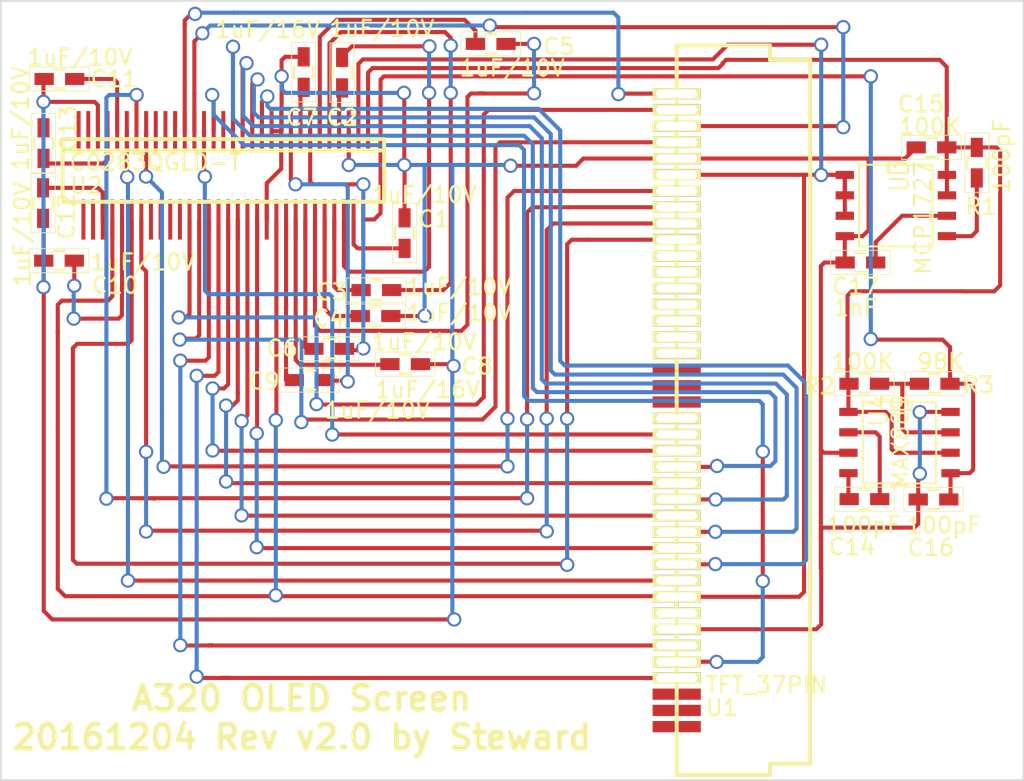
<source format=kicad_pcb>
(kicad_pcb (version 3) (host pcbnew "(22-Jun-2014 BZR 4027)-stable")

  (general
    (links 83)
    (no_connects 0)
    (area 130.594899 87.7697 194.288881 136.397201)
    (thickness 1.6)
    (drawings 5)
    (tracks 678)
    (zones 0)
    (modules 24)
    (nets 49)
  )

  (page A4)
  (layers
    (15 F.Cu signal)
    (0 B.Cu signal)
    (16 B.Adhes user)
    (17 F.Adhes user)
    (18 B.Paste user)
    (19 F.Paste user)
    (20 B.SilkS user)
    (21 F.SilkS user)
    (22 B.Mask user)
    (23 F.Mask user)
    (24 Dwgs.User user)
    (25 Cmts.User user)
    (26 Eco1.User user)
    (27 Eco2.User user)
    (28 Edge.Cuts user)
  )

  (setup
    (last_trace_width 0.254)
    (trace_clearance 0.199)
    (zone_clearance 0.508)
    (zone_45_only no)
    (trace_min 0.254)
    (segment_width 0.2)
    (edge_width 0.1)
    (via_size 0.889)
    (via_drill 0.635)
    (via_min_size 0.889)
    (via_min_drill 0.508)
    (uvia_size 0.508)
    (uvia_drill 0.127)
    (uvias_allowed yes)
    (uvia_min_size 0.508)
    (uvia_min_drill 0.127)
    (pcb_text_width 0.3)
    (pcb_text_size 1.5 1.5)
    (mod_edge_width 0.15)
    (mod_text_size 1 1)
    (mod_text_width 0.15)
    (pad_size 0.7 3)
    (pad_drill 0.508)
    (pad_to_mask_clearance 0)
    (aux_axis_origin 0 0)
    (visible_elements 7FFFFFFF)
    (pcbplotparams
      (layerselection 536838145)
      (usegerberextensions true)
      (excludeedgelayer true)
      (linewidth 0.150000)
      (plotframeref false)
      (viasonmask false)
      (mode 1)
      (useauxorigin false)
      (hpglpennumber 1)
      (hpglpenspeed 20)
      (hpglpendiameter 15)
      (hpglpenoverlay 2)
      (psnegative false)
      (psa4output false)
      (plotreference true)
      (plotvalue true)
      (plotothertext true)
      (plotinvisibletext false)
      (padsonsilk false)
      (subtractmaskfromsilk false)
      (outputformat 1)
      (mirror false)
      (drillshape 0)
      (scaleselection 1)
      (outputdirectory ""))
  )

  (net 0 "")
  (net 1 -5V)
  (net 2 3.3V)
  (net 3 5V)
  (net 4 CS)
  (net 5 DB0)
  (net 6 DB1)
  (net 7 DB10)
  (net 8 DB11)
  (net 9 DB12)
  (net 10 DB13)
  (net 11 DB14)
  (net 12 DB15)
  (net 13 DB2)
  (net 14 DB3)
  (net 15 DB4)
  (net 16 DB5)
  (net 17 DB6)
  (net 18 DB7)
  (net 19 DB8)
  (net 20 DB9)
  (net 21 GND)
  (net 22 N-0000010)
  (net 23 N-0000011)
  (net 24 N-0000012)
  (net 25 N-0000013)
  (net 26 N-0000014)
  (net 27 N-0000015)
  (net 28 N-000002)
  (net 29 N-000003)
  (net 30 N-0000035)
  (net 31 N-0000036)
  (net 32 N-0000038)
  (net 33 N-0000039)
  (net 34 N-000004)
  (net 35 N-0000041)
  (net 36 N-0000042)
  (net 37 N-0000043)
  (net 38 N-0000044)
  (net 39 N-0000045)
  (net 40 N-0000046)
  (net 41 N-0000047)
  (net 42 N-000005)
  (net 43 N-0000057)
  (net 44 N-0000059)
  (net 45 RD)
  (net 46 RS)
  (net 47 RST)
  (net 48 WR)

  (net_class Default "This is the default net class."
    (clearance 0.199)
    (trace_width 0.254)
    (via_dia 0.889)
    (via_drill 0.635)
    (uvia_dia 0.508)
    (uvia_drill 0.127)
    (add_net "")
    (add_net -5V)
    (add_net 3.3V)
    (add_net 5V)
    (add_net CS)
    (add_net DB0)
    (add_net DB1)
    (add_net DB10)
    (add_net DB11)
    (add_net DB12)
    (add_net DB13)
    (add_net DB14)
    (add_net DB15)
    (add_net DB2)
    (add_net DB3)
    (add_net DB4)
    (add_net DB5)
    (add_net DB6)
    (add_net DB7)
    (add_net DB8)
    (add_net DB9)
    (add_net GND)
    (add_net N-0000010)
    (add_net N-0000011)
    (add_net N-0000012)
    (add_net N-0000013)
    (add_net N-0000014)
    (add_net N-0000015)
    (add_net N-000002)
    (add_net N-000003)
    (add_net N-0000035)
    (add_net N-0000036)
    (add_net N-0000038)
    (add_net N-0000039)
    (add_net N-000004)
    (add_net N-0000041)
    (add_net N-0000042)
    (add_net N-0000043)
    (add_net N-0000044)
    (add_net N-0000045)
    (add_net N-0000046)
    (add_net N-0000047)
    (add_net N-000005)
    (add_net N-0000057)
    (add_net N-0000059)
    (add_net RD)
    (add_net RS)
    (add_net RST)
    (add_net WR)
  )

  (module C_0603_HandSoldering (layer F.Cu) (tedit 58402FE1) (tstamp 5723688F)
    (at 153.9494 107.45724)
    (descr "Capacitor SMD 0603, hand soldering")
    (tags "capacitor 0603")
    (path /570BD93C)
    (attr smd)
    (fp_text reference C4 (at -2.9004 0.139) (layer F.SilkS)
      (effects (font (size 1 1) (thickness 0.15)))
    )
    (fp_text value 1uF/10V (at 5.1943 -0.1905) (layer F.SilkS)
      (effects (font (size 1 1) (thickness 0.15)))
    )
    (fp_line (start -1.85 -0.75) (end 1.85 -0.75) (layer F.SilkS) (width 0.05))
    (fp_line (start -1.85 0.75) (end 1.85 0.75) (layer F.SilkS) (width 0.05))
    (fp_line (start -1.85 -0.75) (end -1.85 0.75) (layer F.SilkS) (width 0.05))
    (fp_line (start 1.85 -0.75) (end 1.85 0.75) (layer F.SilkS) (width 0.05))
    (fp_line (start -0.35 -0.6) (end 0.35 -0.6) (layer F.SilkS) (width 0.15))
    (fp_line (start 0.35 0.6) (end -0.35 0.6) (layer F.SilkS) (width 0.15))
    (pad 1 smd rect (at -0.95 0) (size 1.2 0.75)
      (layers F.Cu F.Paste F.Mask)
      (net 38 N-0000044)
    )
    (pad 2 smd rect (at 0.95 0) (size 1.2 0.75)
      (layers F.Cu F.Paste F.Mask)
      (net 21 GND)
    )
    (model Capacitors_SMD.3dshapes/C_0603_HandSoldering.wrl
      (at (xyz 0 0 0))
      (scale (xyz 1 1 1))
      (rotate (xyz 0 0 0))
    )
  )

  (module C_0603_HandSoldering (layer F.Cu) (tedit 5843B793) (tstamp 5726292E)
    (at 188.5188 96.9645)
    (descr "Capacitor SMD 0603, hand soldering")
    (tags "capacitor 0603")
    (path /583F9DE7)
    (attr smd)
    (fp_text reference C15 (at -0.65024 -2.69494) (layer F.SilkS)
      (effects (font (size 1 1) (thickness 0.15)))
    )
    (fp_text value 100pF (at 4.37896 0.5461 90) (layer F.SilkS)
      (effects (font (size 1 1) (thickness 0.15)))
    )
    (fp_line (start -1.85 -0.75) (end 1.85 -0.75) (layer F.SilkS) (width 0.05))
    (fp_line (start -1.85 0.75) (end 1.85 0.75) (layer F.SilkS) (width 0.05))
    (fp_line (start -1.85 -0.75) (end -1.85 0.75) (layer F.SilkS) (width 0.05))
    (fp_line (start 1.85 -0.75) (end 1.85 0.75) (layer F.SilkS) (width 0.05))
    (fp_line (start -0.35 -0.6) (end 0.35 -0.6) (layer F.SilkS) (width 0.15))
    (fp_line (start 0.35 0.6) (end -0.35 0.6) (layer F.SilkS) (width 0.15))
    (pad 1 smd rect (at -0.95 0) (size 1.2 0.75)
      (layers F.Cu F.Paste F.Mask)
      (net 21 GND)
    )
    (pad 2 smd rect (at 0.95 0) (size 1.2 0.75)
      (layers F.Cu F.Paste F.Mask)
      (net 3 5V)
    )
    (model Capacitors_SMD.3dshapes/C_0603_HandSoldering.wrl
      (at (xyz 0 0 0))
      (scale (xyz 1 1 1))
      (rotate (xyz 0 0 0))
    )
  )

  (module C_0603_HandSoldering (layer F.Cu) (tedit 5843B8A3) (tstamp 572368A7)
    (at 133.2738 100.4316 270)
    (descr "Capacitor SMD 0603, hand soldering")
    (tags "capacitor 0603")
    (path /570BDD87)
    (attr smd)
    (fp_text reference C13 (at -4.65328 -1.56464 270) (layer F.SilkS)
      (effects (font (size 1 1) (thickness 0.15)))
    )
    (fp_text value 1uF/10V (at 1.94056 1.28524 270) (layer F.SilkS)
      (effects (font (size 1 1) (thickness 0.15)))
    )
    (fp_line (start -1.85 -0.75) (end 1.85 -0.75) (layer F.SilkS) (width 0.05))
    (fp_line (start -1.85 0.75) (end 1.85 0.75) (layer F.SilkS) (width 0.05))
    (fp_line (start -1.85 -0.75) (end -1.85 0.75) (layer F.SilkS) (width 0.05))
    (fp_line (start 1.85 -0.75) (end 1.85 0.75) (layer F.SilkS) (width 0.05))
    (fp_line (start -0.35 -0.6) (end 0.35 -0.6) (layer F.SilkS) (width 0.15))
    (fp_line (start 0.35 0.6) (end -0.35 0.6) (layer F.SilkS) (width 0.15))
    (pad 1 smd rect (at -0.95 0 270) (size 1.2 0.75)
      (layers F.Cu F.Paste F.Mask)
      (net 28 N-000002)
    )
    (pad 2 smd rect (at 0.95 0 270) (size 1.2 0.75)
      (layers F.Cu F.Paste F.Mask)
      (net 21 GND)
    )
    (model Capacitors_SMD.3dshapes/C_0603_HandSoldering.wrl
      (at (xyz 0 0 0))
      (scale (xyz 1 1 1))
      (rotate (xyz 0 0 0))
    )
  )

  (module C_0603_HandSoldering (layer F.Cu) (tedit 5843B882) (tstamp 572368B3)
    (at 133.2992 96.6978 90)
    (descr "Capacitor SMD 0603, hand soldering")
    (tags "capacitor 0603")
    (path /570BDD78)
    (attr smd)
    (fp_text reference C12 (at -4.55676 1.42748 90) (layer F.SilkS)
      (effects (font (size 1 1) (thickness 0.15)))
    )
    (fp_text value 1uF/10V (at 1.53416 -1.4224 90) (layer F.SilkS)
      (effects (font (size 1 1) (thickness 0.15)))
    )
    (fp_line (start -1.85 -0.75) (end 1.85 -0.75) (layer F.SilkS) (width 0.05))
    (fp_line (start -1.85 0.75) (end 1.85 0.75) (layer F.SilkS) (width 0.05))
    (fp_line (start -1.85 -0.75) (end -1.85 0.75) (layer F.SilkS) (width 0.05))
    (fp_line (start 1.85 -0.75) (end 1.85 0.75) (layer F.SilkS) (width 0.05))
    (fp_line (start -0.35 -0.6) (end 0.35 -0.6) (layer F.SilkS) (width 0.15))
    (fp_line (start 0.35 0.6) (end -0.35 0.6) (layer F.SilkS) (width 0.15))
    (pad 1 smd rect (at -0.95 0 90) (size 1.2 0.75)
      (layers F.Cu F.Paste F.Mask)
      (net 29 N-000003)
    )
    (pad 2 smd rect (at 0.95 0 90) (size 1.2 0.75)
      (layers F.Cu F.Paste F.Mask)
      (net 21 GND)
    )
    (model Capacitors_SMD.3dshapes/C_0603_HandSoldering.wrl
      (at (xyz 0 0 0))
      (scale (xyz 1 1 1))
      (rotate (xyz 0 0 0))
    )
  )

  (module C_0603_HandSoldering (layer F.Cu) (tedit 5843B859) (tstamp 572368BF)
    (at 134.2898 92.71 180)
    (descr "Capacitor SMD 0603, hand soldering")
    (tags "capacitor 0603")
    (path /570BDD44)
    (attr smd)
    (fp_text reference C11 (at -3.39852 0.00508 180) (layer F.SilkS)
      (effects (font (size 1 1) (thickness 0.15)))
    )
    (fp_text value 1uF/10V (at -1.27508 1.3462 180) (layer F.SilkS)
      (effects (font (size 1 1) (thickness 0.15)))
    )
    (fp_line (start -1.85 -0.75) (end 1.85 -0.75) (layer F.SilkS) (width 0.05))
    (fp_line (start -1.85 0.75) (end 1.85 0.75) (layer F.SilkS) (width 0.05))
    (fp_line (start -1.85 -0.75) (end -1.85 0.75) (layer F.SilkS) (width 0.05))
    (fp_line (start 1.85 -0.75) (end 1.85 0.75) (layer F.SilkS) (width 0.05))
    (fp_line (start -0.35 -0.6) (end 0.35 -0.6) (layer F.SilkS) (width 0.15))
    (fp_line (start 0.35 0.6) (end -0.35 0.6) (layer F.SilkS) (width 0.15))
    (pad 1 smd rect (at -0.95 0 180) (size 1.2 0.75)
      (layers F.Cu F.Paste F.Mask)
      (net 34 N-000004)
    )
    (pad 2 smd rect (at 0.95 0 180) (size 1.2 0.75)
      (layers F.Cu F.Paste F.Mask)
      (net 21 GND)
    )
    (model Capacitors_SMD.3dshapes/C_0603_HandSoldering.wrl
      (at (xyz 0 0 0))
      (scale (xyz 1 1 1))
      (rotate (xyz 0 0 0))
    )
  )

  (module C_0603_HandSoldering (layer F.Cu) (tedit 5843B8C1) (tstamp 572368CB)
    (at 134.2644 104.013 180)
    (descr "Capacitor SMD 0603, hand soldering")
    (tags "capacitor 0603")
    (path /570BDCE1)
    (attr smd)
    (fp_text reference C10 (at -3.4798 -1.54432 180) (layer F.SilkS)
      (effects (font (size 1 1) (thickness 0.15)))
    )
    (fp_text value 1uF/10V (at -5.21208 -0.09144 180) (layer F.SilkS)
      (effects (font (size 1 1) (thickness 0.15)))
    )
    (fp_line (start -1.85 -0.75) (end 1.85 -0.75) (layer F.SilkS) (width 0.05))
    (fp_line (start -1.85 0.75) (end 1.85 0.75) (layer F.SilkS) (width 0.05))
    (fp_line (start -1.85 -0.75) (end -1.85 0.75) (layer F.SilkS) (width 0.05))
    (fp_line (start 1.85 -0.75) (end 1.85 0.75) (layer F.SilkS) (width 0.05))
    (fp_line (start -0.35 -0.6) (end 0.35 -0.6) (layer F.SilkS) (width 0.15))
    (fp_line (start 0.35 0.6) (end -0.35 0.6) (layer F.SilkS) (width 0.15))
    (pad 1 smd rect (at -0.95 0 180) (size 1.2 0.75)
      (layers F.Cu F.Paste F.Mask)
      (net 42 N-000005)
    )
    (pad 2 smd rect (at 0.95 0 180) (size 1.2 0.75)
      (layers F.Cu F.Paste F.Mask)
      (net 21 GND)
    )
    (model Capacitors_SMD.3dshapes/C_0603_HandSoldering.wrl
      (at (xyz 0 0 0))
      (scale (xyz 1 1 1))
      (rotate (xyz 0 0 0))
    )
  )

  (module C_0603_HandSoldering (layer F.Cu) (tedit 5843B946) (tstamp 572368D7)
    (at 149.8473 111.4425 180)
    (descr "Capacitor SMD 0603, hand soldering")
    (tags "capacitor 0603")
    (path /570BDC55)
    (attr smd)
    (fp_text reference C9 (at 2.8412 -0.0752 180) (layer F.SilkS)
      (effects (font (size 1 1) (thickness 0.15)))
    )
    (fp_text value 1uF/10V (at -4.21386 -1.88214 180) (layer F.SilkS)
      (effects (font (size 1 1) (thickness 0.15)))
    )
    (fp_line (start -1.85 -0.75) (end 1.85 -0.75) (layer F.SilkS) (width 0.05))
    (fp_line (start -1.85 0.75) (end 1.85 0.75) (layer F.SilkS) (width 0.05))
    (fp_line (start -1.85 -0.75) (end -1.85 0.75) (layer F.SilkS) (width 0.05))
    (fp_line (start 1.85 -0.75) (end 1.85 0.75) (layer F.SilkS) (width 0.05))
    (fp_line (start -0.35 -0.6) (end 0.35 -0.6) (layer F.SilkS) (width 0.15))
    (fp_line (start 0.35 0.6) (end -0.35 0.6) (layer F.SilkS) (width 0.15))
    (pad 1 smd rect (at -0.95 0 180) (size 1.2 0.75)
      (layers F.Cu F.Paste F.Mask)
      (net 23 N-0000011)
    )
    (pad 2 smd rect (at 0.95 0 180) (size 1.2 0.75)
      (layers F.Cu F.Paste F.Mask)
      (net 41 N-0000047)
    )
    (model Capacitors_SMD.3dshapes/C_0603_HandSoldering.wrl
      (at (xyz 0 0 0))
      (scale (xyz 1 1 1))
      (rotate (xyz 0 0 0))
    )
  )

  (module C_0603_HandSoldering (layer F.Cu) (tedit 5843B94E) (tstamp 572368E3)
    (at 155.7909 110.4519)
    (descr "Capacitor SMD 0603, hand soldering")
    (tags "capacitor 0603")
    (path /570BDADC)
    (attr smd)
    (fp_text reference C8 (at 4.47294 0.13462) (layer F.SilkS)
      (effects (font (size 1 1) (thickness 0.15)))
    )
    (fp_text value 1uF/16V (at 1.39954 1.5875) (layer F.SilkS)
      (effects (font (size 1 1) (thickness 0.15)))
    )
    (fp_line (start -1.85 -0.75) (end 1.85 -0.75) (layer F.SilkS) (width 0.05))
    (fp_line (start -1.85 0.75) (end 1.85 0.75) (layer F.SilkS) (width 0.05))
    (fp_line (start -1.85 -0.75) (end -1.85 0.75) (layer F.SilkS) (width 0.05))
    (fp_line (start 1.85 -0.75) (end 1.85 0.75) (layer F.SilkS) (width 0.05))
    (fp_line (start -0.35 -0.6) (end 0.35 -0.6) (layer F.SilkS) (width 0.15))
    (fp_line (start 0.35 0.6) (end -0.35 0.6) (layer F.SilkS) (width 0.15))
    (pad 1 smd rect (at -0.95 0) (size 1.2 0.75)
      (layers F.Cu F.Paste F.Mask)
      (net 22 N-0000010)
    )
    (pad 2 smd rect (at 0.95 0) (size 1.2 0.75)
      (layers F.Cu F.Paste F.Mask)
      (net 21 GND)
    )
    (model Capacitors_SMD.3dshapes/C_0603_HandSoldering.wrl
      (at (xyz 0 0 0))
      (scale (xyz 1 1 1))
      (rotate (xyz 0 0 0))
    )
  )

  (module C_0603_HandSoldering (layer F.Cu) (tedit 5843B7F9) (tstamp 572368EF)
    (at 149.479 92.2782 90)
    (descr "Capacitor SMD 0603, hand soldering")
    (tags "capacitor 0603")
    (path /570BDACD)
    (attr smd)
    (fp_text reference C7 (at -2.82956 -0.11176 180) (layer F.SilkS)
      (effects (font (size 1 1) (thickness 0.15)))
    )
    (fp_text value 1uF/16V (at 2.64668 -2.2352 180) (layer F.SilkS)
      (effects (font (size 1 1) (thickness 0.15)))
    )
    (fp_line (start -1.85 -0.75) (end 1.85 -0.75) (layer F.SilkS) (width 0.05))
    (fp_line (start -1.85 0.75) (end 1.85 0.75) (layer F.SilkS) (width 0.05))
    (fp_line (start -1.85 -0.75) (end -1.85 0.75) (layer F.SilkS) (width 0.05))
    (fp_line (start 1.85 -0.75) (end 1.85 0.75) (layer F.SilkS) (width 0.05))
    (fp_line (start -0.35 -0.6) (end 0.35 -0.6) (layer F.SilkS) (width 0.15))
    (fp_line (start 0.35 0.6) (end -0.35 0.6) (layer F.SilkS) (width 0.15))
    (pad 1 smd rect (at -0.95 0 90) (size 1.2 0.75)
      (layers F.Cu F.Paste F.Mask)
      (net 24 N-0000012)
    )
    (pad 2 smd rect (at 0.95 0 90) (size 1.2 0.75)
      (layers F.Cu F.Paste F.Mask)
      (net 21 GND)
    )
    (model Capacitors_SMD.3dshapes/C_0603_HandSoldering.wrl
      (at (xyz 0 0 0))
      (scale (xyz 1 1 1))
      (rotate (xyz 0 0 0))
    )
  )

  (module C_0603_HandSoldering (layer F.Cu) (tedit 5843B91F) (tstamp 5842A17E)
    (at 151.0665 109.4994 180)
    (descr "Capacitor SMD 0603, hand soldering")
    (tags "capacitor 0603")
    (path /570BD9AC)
    (attr smd)
    (fp_text reference C6 (at 2.92862 0.03048 180) (layer F.SilkS)
      (effects (font (size 1 1) (thickness 0.15)))
    )
    (fp_text value 1uF/10V (at -5.90042 0.42164 180) (layer F.SilkS)
      (effects (font (size 1 1) (thickness 0.15)))
    )
    (fp_line (start -1.85 -0.75) (end 1.85 -0.75) (layer F.SilkS) (width 0.05))
    (fp_line (start -1.85 0.75) (end 1.85 0.75) (layer F.SilkS) (width 0.05))
    (fp_line (start -1.85 -0.75) (end -1.85 0.75) (layer F.SilkS) (width 0.05))
    (fp_line (start 1.85 -0.75) (end 1.85 0.75) (layer F.SilkS) (width 0.05))
    (fp_line (start -0.35 -0.6) (end 0.35 -0.6) (layer F.SilkS) (width 0.15))
    (fp_line (start 0.35 0.6) (end -0.35 0.6) (layer F.SilkS) (width 0.15))
    (pad 1 smd rect (at -0.95 0 180) (size 1.2 0.75)
      (layers F.Cu F.Paste F.Mask)
      (net 26 N-0000014)
    )
    (pad 2 smd rect (at 0.95 0 180) (size 1.2 0.75)
      (layers F.Cu F.Paste F.Mask)
      (net 25 N-0000013)
    )
    (model Capacitors_SMD.3dshapes/C_0603_HandSoldering.wrl
      (at (xyz 0 0 0))
      (scale (xyz 1 1 1))
      (rotate (xyz 0 0 0))
    )
  )

  (module C_0603_HandSoldering (layer F.Cu) (tedit 5843B7C7) (tstamp 57236907)
    (at 161.1122 90.5256)
    (descr "Capacitor SMD 0603, hand soldering")
    (tags "capacitor 0603")
    (path /570BD970)
    (attr smd)
    (fp_text reference C5 (at 4.23672 0.16764) (layer F.SilkS)
      (effects (font (size 1 1) (thickness 0.15)))
    )
    (fp_text value 1uF/10V (at 1.33096 1.50876) (layer F.SilkS)
      (effects (font (size 1 1) (thickness 0.15)))
    )
    (fp_line (start -1.85 -0.75) (end 1.85 -0.75) (layer F.SilkS) (width 0.05))
    (fp_line (start -1.85 0.75) (end 1.85 0.75) (layer F.SilkS) (width 0.05))
    (fp_line (start -1.85 -0.75) (end -1.85 0.75) (layer F.SilkS) (width 0.05))
    (fp_line (start 1.85 -0.75) (end 1.85 0.75) (layer F.SilkS) (width 0.05))
    (fp_line (start -0.35 -0.6) (end 0.35 -0.6) (layer F.SilkS) (width 0.15))
    (fp_line (start 0.35 0.6) (end -0.35 0.6) (layer F.SilkS) (width 0.15))
    (pad 1 smd rect (at -0.95 0) (size 1.2 0.75)
      (layers F.Cu F.Paste F.Mask)
      (net 27 N-0000015)
    )
    (pad 2 smd rect (at 0.95 0) (size 1.2 0.75)
      (layers F.Cu F.Paste F.Mask)
      (net 37 N-0000043)
    )
    (model Capacitors_SMD.3dshapes/C_0603_HandSoldering.wrl
      (at (xyz 0 0 0))
      (scale (xyz 1 1 1))
      (rotate (xyz 0 0 0))
    )
  )

  (module C_0603_HandSoldering (layer F.Cu) (tedit 5843B786) (tstamp 57243BA8)
    (at 191.3382 97.917 90)
    (descr "Capacitor SMD 0603, hand soldering")
    (tags "capacitor 0603")
    (path /583F9878)
    (attr smd)
    (fp_text reference R1 (at -2.72288 0.27432 180) (layer F.SilkS)
      (effects (font (size 1 1) (thickness 0.15)))
    )
    (fp_text value 100K (at 2.25044 -2.91084 180) (layer F.SilkS)
      (effects (font (size 1 1) (thickness 0.15)))
    )
    (fp_line (start -1.85 -0.75) (end 1.85 -0.75) (layer F.SilkS) (width 0.05))
    (fp_line (start -1.85 0.75) (end 1.85 0.75) (layer F.SilkS) (width 0.05))
    (fp_line (start -1.85 -0.75) (end -1.85 0.75) (layer F.SilkS) (width 0.05))
    (fp_line (start 1.85 -0.75) (end 1.85 0.75) (layer F.SilkS) (width 0.05))
    (fp_line (start -0.35 -0.6) (end 0.35 -0.6) (layer F.SilkS) (width 0.15))
    (fp_line (start 0.35 0.6) (end -0.35 0.6) (layer F.SilkS) (width 0.15))
    (pad 1 smd rect (at -0.95 0 90) (size 1.2 0.75)
      (layers F.Cu F.Paste F.Mask)
      (net 35 N-0000041)
    )
    (pad 2 smd rect (at 0.95 0 90) (size 1.2 0.75)
      (layers F.Cu F.Paste F.Mask)
      (net 3 5V)
    )
    (model Capacitors_SMD.3dshapes/C_0603_HandSoldering.wrl
      (at (xyz 0 0 0))
      (scale (xyz 1 1 1))
      (rotate (xyz 0 0 0))
    )
  )

  (module C_0603_HandSoldering (layer F.Cu) (tedit 58402FF5) (tstamp 5723691F)
    (at 154.0002 105.8418)
    (descr "Capacitor SMD 0603, hand soldering")
    (tags "capacitor 0603")
    (path /570BD89D)
    (attr smd)
    (fp_text reference C3 (at -2.7896 0.1284) (layer F.SilkS)
      (effects (font (size 1 1) (thickness 0.15)))
    )
    (fp_text value 1uF/10V (at 5.1308 -0.1905) (layer F.SilkS)
      (effects (font (size 1 1) (thickness 0.15)))
    )
    (fp_line (start -1.85 -0.75) (end 1.85 -0.75) (layer F.SilkS) (width 0.05))
    (fp_line (start -1.85 0.75) (end 1.85 0.75) (layer F.SilkS) (width 0.05))
    (fp_line (start -1.85 -0.75) (end -1.85 0.75) (layer F.SilkS) (width 0.05))
    (fp_line (start 1.85 -0.75) (end 1.85 0.75) (layer F.SilkS) (width 0.05))
    (fp_line (start -0.35 -0.6) (end 0.35 -0.6) (layer F.SilkS) (width 0.15))
    (fp_line (start 0.35 0.6) (end -0.35 0.6) (layer F.SilkS) (width 0.15))
    (pad 1 smd rect (at -0.95 0) (size 1.2 0.75)
      (layers F.Cu F.Paste F.Mask)
      (net 43 N-0000057)
    )
    (pad 2 smd rect (at 0.95 0) (size 1.2 0.75)
      (layers F.Cu F.Paste F.Mask)
      (net 39 N-0000045)
    )
    (model Capacitors_SMD.3dshapes/C_0603_HandSoldering.wrl
      (at (xyz 0 0 0))
      (scale (xyz 1 1 1))
      (rotate (xyz 0 0 0))
    )
  )

  (module C_0603_HandSoldering (layer F.Cu) (tedit 5843B7F0) (tstamp 5723692B)
    (at 151.8666 92.3163 270)
    (descr "Capacitor SMD 0603, hand soldering")
    (tags "capacitor 0603")
    (path /570BD88E)
    (attr smd)
    (fp_text reference C2 (at 2.79146 -0.01524 360) (layer F.SilkS)
      (effects (font (size 1 1) (thickness 0.15)))
    )
    (fp_text value 1uF/10V (at -2.74066 -2.47396 360) (layer F.SilkS)
      (effects (font (size 1 1) (thickness 0.15)))
    )
    (fp_line (start -1.85 -0.75) (end 1.85 -0.75) (layer F.SilkS) (width 0.05))
    (fp_line (start -1.85 0.75) (end 1.85 0.75) (layer F.SilkS) (width 0.05))
    (fp_line (start -1.85 -0.75) (end -1.85 0.75) (layer F.SilkS) (width 0.05))
    (fp_line (start 1.85 -0.75) (end 1.85 0.75) (layer F.SilkS) (width 0.05))
    (fp_line (start -0.35 -0.6) (end 0.35 -0.6) (layer F.SilkS) (width 0.15))
    (fp_line (start 0.35 0.6) (end -0.35 0.6) (layer F.SilkS) (width 0.15))
    (pad 1 smd rect (at -0.95 0 270) (size 1.2 0.75)
      (layers F.Cu F.Paste F.Mask)
      (net 40 N-0000046)
    )
    (pad 2 smd rect (at 0.95 0 270) (size 1.2 0.75)
      (layers F.Cu F.Paste F.Mask)
      (net 36 N-0000042)
    )
    (model Capacitors_SMD.3dshapes/C_0603_HandSoldering.wrl
      (at (xyz 0 0 0))
      (scale (xyz 1 1 1))
      (rotate (xyz 0 0 0))
    )
  )

  (module C_0603_HandSoldering (layer F.Cu) (tedit 5843B8F9) (tstamp 57236937)
    (at 155.7528 102.2985 90)
    (descr "Capacitor SMD 0603, hand soldering")
    (tags "capacitor 0603")
    (path /570BD84B)
    (attr smd)
    (fp_text reference C1 (at 0.8763 1.8288 180) (layer F.SilkS)
      (effects (font (size 1 1) (thickness 0.15)))
    )
    (fp_text value 1uF/10V (at 2.38506 1.21412 180) (layer F.SilkS)
      (effects (font (size 1 1) (thickness 0.15)))
    )
    (fp_line (start -1.85 -0.75) (end 1.85 -0.75) (layer F.SilkS) (width 0.05))
    (fp_line (start -1.85 0.75) (end 1.85 0.75) (layer F.SilkS) (width 0.05))
    (fp_line (start -1.85 -0.75) (end -1.85 0.75) (layer F.SilkS) (width 0.05))
    (fp_line (start 1.85 -0.75) (end 1.85 0.75) (layer F.SilkS) (width 0.05))
    (fp_line (start -0.35 -0.6) (end 0.35 -0.6) (layer F.SilkS) (width 0.15))
    (fp_line (start 0.35 0.6) (end -0.35 0.6) (layer F.SilkS) (width 0.15))
    (pad 1 smd rect (at -0.95 0 90) (size 1.2 0.75)
      (layers F.Cu F.Paste F.Mask)
      (net 44 N-0000059)
    )
    (pad 2 smd rect (at 0.95 0 90) (size 1.2 0.75)
      (layers F.Cu F.Paste F.Mask)
      (net 21 GND)
    )
    (model Capacitors_SMD.3dshapes/C_0603_HandSoldering.wrl
      (at (xyz 0 0 0))
      (scale (xyz 1 1 1))
      (rotate (xyz 0 0 0))
    )
  )

  (module C_0603_HandSoldering (layer F.Cu) (tedit 5843B9D3) (tstamp 57236943)
    (at 188.6458 118.872 180)
    (descr "Capacitor SMD 0603, hand soldering")
    (tags "capacitor 0603")
    (path /583F9CB6)
    (attr smd)
    (fp_text reference C16 (at 0.16256 -3.00228 180) (layer F.SilkS)
      (effects (font (size 1 1) (thickness 0.15)))
    )
    (fp_text value 100pF (at -0.61976 -1.60528 180) (layer F.SilkS)
      (effects (font (size 1 1) (thickness 0.15)))
    )
    (fp_line (start -1.85 -0.75) (end 1.85 -0.75) (layer F.SilkS) (width 0.05))
    (fp_line (start -1.85 0.75) (end 1.85 0.75) (layer F.SilkS) (width 0.05))
    (fp_line (start -1.85 -0.75) (end -1.85 0.75) (layer F.SilkS) (width 0.05))
    (fp_line (start 1.85 -0.75) (end 1.85 0.75) (layer F.SilkS) (width 0.05))
    (fp_line (start -0.35 -0.6) (end 0.35 -0.6) (layer F.SilkS) (width 0.15))
    (fp_line (start 0.35 0.6) (end -0.35 0.6) (layer F.SilkS) (width 0.15))
    (pad 1 smd rect (at -0.95 0 180) (size 1.2 0.75)
      (layers F.Cu F.Paste F.Mask)
      (net 1 -5V)
    )
    (pad 2 smd rect (at 0.95 0 180) (size 1.2 0.75)
      (layers F.Cu F.Paste F.Mask)
      (net 21 GND)
    )
    (model Capacitors_SMD.3dshapes/C_0603_HandSoldering.wrl
      (at (xyz 0 0 0))
      (scale (xyz 1 1 1))
      (rotate (xyz 0 0 0))
    )
  )

  (module C_0603_HandSoldering (layer F.Cu) (tedit 5843B7AF) (tstamp 5723695B)
    (at 184.0992 104.1273 180)
    (descr "Capacitor SMD 0603, hand soldering")
    (tags "capacitor 0603")
    (path /583F9BEF)
    (attr smd)
    (fp_text reference C17 (at 0.30988 -1.4859 180) (layer F.SilkS)
      (effects (font (size 1 1) (thickness 0.15)))
    )
    (fp_text value 1nF (at 0.30988 -2.82702 180) (layer F.SilkS)
      (effects (font (size 1 1) (thickness 0.15)))
    )
    (fp_line (start -1.85 -0.75) (end 1.85 -0.75) (layer F.SilkS) (width 0.05))
    (fp_line (start -1.85 0.75) (end 1.85 0.75) (layer F.SilkS) (width 0.05))
    (fp_line (start -1.85 -0.75) (end -1.85 0.75) (layer F.SilkS) (width 0.05))
    (fp_line (start 1.85 -0.75) (end 1.85 0.75) (layer F.SilkS) (width 0.05))
    (fp_line (start -0.35 -0.6) (end 0.35 -0.6) (layer F.SilkS) (width 0.15))
    (fp_line (start 0.35 0.6) (end -0.35 0.6) (layer F.SilkS) (width 0.15))
    (pad 1 smd rect (at -0.95 0 180) (size 1.2 0.75)
      (layers F.Cu F.Paste F.Mask)
      (net 30 N-0000035)
    )
    (pad 2 smd rect (at 0.95 0 180) (size 1.2 0.75)
      (layers F.Cu F.Paste F.Mask)
      (net 21 GND)
    )
    (model Capacitors_SMD.3dshapes/C_0603_HandSoldering.wrl
      (at (xyz 0 0 0))
      (scale (xyz 1 1 1))
      (rotate (xyz 0 0 0))
    )
  )

  (module C_0603_HandSoldering (layer F.Cu) (tedit 5843B9C7) (tstamp 57261C6D)
    (at 184.35066 118.85168 180)
    (descr "Capacitor SMD 0603, hand soldering")
    (tags "capacitor 0603")
    (path /583F9C43)
    (attr smd)
    (fp_text reference C14 (at 0.78486 -2.96672 180) (layer F.SilkS)
      (effects (font (size 1 1) (thickness 0.15)))
    )
    (fp_text value 100pF (at 0.05842 -1.6256 180) (layer F.SilkS)
      (effects (font (size 1 1) (thickness 0.15)))
    )
    (fp_line (start -1.85 -0.75) (end 1.85 -0.75) (layer F.SilkS) (width 0.05))
    (fp_line (start -1.85 0.75) (end 1.85 0.75) (layer F.SilkS) (width 0.05))
    (fp_line (start -1.85 -0.75) (end -1.85 0.75) (layer F.SilkS) (width 0.05))
    (fp_line (start 1.85 -0.75) (end 1.85 0.75) (layer F.SilkS) (width 0.05))
    (fp_line (start -0.35 -0.6) (end 0.35 -0.6) (layer F.SilkS) (width 0.15))
    (fp_line (start 0.35 0.6) (end -0.35 0.6) (layer F.SilkS) (width 0.15))
    (pad 1 smd rect (at -0.95 0 180) (size 1.2 0.75)
      (layers F.Cu F.Paste F.Mask)
      (net 31 N-0000036)
    )
    (pad 2 smd rect (at 0.95 0 180) (size 1.2 0.75)
      (layers F.Cu F.Paste F.Mask)
      (net 33 N-0000039)
    )
    (model Capacitors_SMD.3dshapes/C_0603_HandSoldering.wrl
      (at (xyz 0 0 0))
      (scale (xyz 1 1 1))
      (rotate (xyz 0 0 0))
    )
  )

  (module C_0603_HandSoldering (layer F.Cu) (tedit 5843B98E) (tstamp 57236973)
    (at 184.3405 111.6711)
    (descr "Capacitor SMD 0603, hand soldering")
    (tags "capacitor 0603")
    (path /583F9D49)
    (attr smd)
    (fp_text reference R2 (at -2.78638 0.14478) (layer F.SilkS)
      (effects (font (size 1 1) (thickness 0.15)))
    )
    (fp_text value 100K (at -0.10414 -1.36398) (layer F.SilkS)
      (effects (font (size 1 1) (thickness 0.15)))
    )
    (fp_line (start -1.85 -0.75) (end 1.85 -0.75) (layer F.SilkS) (width 0.05))
    (fp_line (start -1.85 0.75) (end 1.85 0.75) (layer F.SilkS) (width 0.05))
    (fp_line (start -1.85 -0.75) (end -1.85 0.75) (layer F.SilkS) (width 0.05))
    (fp_line (start 1.85 -0.75) (end 1.85 0.75) (layer F.SilkS) (width 0.05))
    (fp_line (start -0.35 -0.6) (end 0.35 -0.6) (layer F.SilkS) (width 0.15))
    (fp_line (start 0.35 0.6) (end -0.35 0.6) (layer F.SilkS) (width 0.15))
    (pad 1 smd rect (at -0.95 0) (size 1.2 0.75)
      (layers F.Cu F.Paste F.Mask)
      (net 3 5V)
    )
    (pad 2 smd rect (at 0.95 0) (size 1.2 0.75)
      (layers F.Cu F.Paste F.Mask)
      (net 32 N-0000038)
    )
    (model Capacitors_SMD.3dshapes/C_0603_HandSoldering.wrl
      (at (xyz 0 0 0))
      (scale (xyz 1 1 1))
      (rotate (xyz 0 0 0))
    )
  )

  (module FH23_61S_0.3SHW (layer F.Cu) (tedit 5843B83A) (tstamp 5724712D)
    (at 144.482 98.452 180)
    (path /570BCFAD)
    (fp_text reference U2 (at 8.52596 -0.90264 180) (layer F.SilkS)
      (effects (font (size 1 1) (thickness 0.15)))
    )
    (fp_text value C0283QGLD-T (at 4.2232 0.55024 180) (layer F.SilkS)
      (effects (font (size 1 1) (thickness 0.15)))
    )
    (fp_line (start -10 1.3) (end 10 1.3) (layer F.SilkS) (width 0.25))
    (fp_line (start -9.4 2) (end -10 2) (layer F.SilkS) (width 0.25))
    (fp_line (start -10 2) (end -10 -1.9) (layer F.SilkS) (width 0.25))
    (fp_line (start -10 -1.9) (end 10 -1.9) (layer F.SilkS) (width 0.25))
    (fp_line (start 10 -1.9) (end 10 2) (layer F.SilkS) (width 0.25))
    (fp_line (start 10 2) (end -9.4 2) (layer F.SilkS) (width 0.25))
    (pad 36 connect rect (at 1.5 -3 180) (size 0.25 2.5)
      (layers F.Cu F.Mask)
      (net 14 DB3)
    )
    (pad 34 connect rect (at 0.9 -3 180) (size 0.25 2.5)
      (layers F.Cu F.Mask)
      (net 16 DB5)
    )
    (pad 38 connect rect (at 2.1 -3 180) (size 0.25 2.5)
      (layers F.Cu F.Mask)
      (net 6 DB1)
    )
    (pad 40 connect rect (at 2.7 -3 180) (size 0.25 2.5)
      (layers F.Cu F.Mask)
    )
    (pad 48 connect rect (at 5.1 -3 180) (size 0.25 2.5)
      (layers F.Cu F.Mask)
      (net 48 WR)
    )
    (pad 46 connect rect (at 4.5 -3 180) (size 0.25 2.5)
      (layers F.Cu F.Mask)
    )
    (pad 42 connect rect (at 3.3 -3 180) (size 0.25 2.5)
      (layers F.Cu F.Mask)
    )
    (pad 44 connect rect (at 3.9 -3 180) (size 0.25 2.5)
      (layers F.Cu F.Mask)
    )
    (pad 60 connect rect (at 8.7 -3 180) (size 0.25 2.5)
      (layers F.Cu F.Mask)
    )
    (pad 58 connect rect (at 8.1 -3 180) (size 0.25 2.5)
      (layers F.Cu F.Mask)
    )
    (pad 56 connect rect (at 7.5 -3 180) (size 0.25 2.5)
      (layers F.Cu F.Mask)
      (net 28 N-000002)
    )
    (pad 54 connect rect (at 6.9 -3 180) (size 0.25 2.5)
      (layers F.Cu F.Mask)
      (net 2 3.3V)
    )
    (pad 50 connect rect (at 5.7 -3 180) (size 0.25 2.5)
      (layers F.Cu F.Mask)
      (net 45 RD)
    )
    (pad 52 connect rect (at 6.3 -3 180) (size 0.25 2.5)
      (layers F.Cu F.Mask)
      (net 42 N-000005)
    )
    (pad 20 connect rect (at -3.3 -3 180) (size 0.25 2.5)
      (layers F.Cu F.Mask)
      (net 2 3.3V)
    )
    (pad 18 connect rect (at -3.9 -3 180) (size 0.25 2.5)
      (layers F.Cu F.Mask)
      (net 41 N-0000047)
    )
    (pad 22 connect rect (at -2.7 -3 180) (size 0.25 2.5)
      (layers F.Cu F.Mask)
      (net 21 GND)
    )
    (pad 24 connect rect (at -2.1 -3 180) (size 0.25 2.5)
      (layers F.Cu F.Mask)
      (net 11 DB14)
    )
    (pad 32 connect rect (at 0.3 -3 180) (size 0.25 2.5)
      (layers F.Cu F.Mask)
      (net 18 DB7)
    )
    (pad 30 connect rect (at -0.3 -3 180) (size 0.25 2.5)
      (layers F.Cu F.Mask)
      (net 19 DB8)
    )
    (pad 26 connect rect (at -1.5 -3 180) (size 0.25 2.5)
      (layers F.Cu F.Mask)
      (net 9 DB12)
    )
    (pad 28 connect rect (at -0.9 -3 180) (size 0.25 2.5)
      (layers F.Cu F.Mask)
      (net 7 DB10)
    )
    (pad 12 connect rect (at -5.7 -3 180) (size 0.25 2.5)
      (layers F.Cu F.Mask)
      (net 37 N-0000043)
    )
    (pad 10 connect rect (at -6.3 -3 180) (size 0.25 2.5)
      (layers F.Cu F.Mask)
      (net 38 N-0000044)
    )
    (pad 14 connect rect (at -5.1 -3 180) (size 0.25 2.5)
      (layers F.Cu F.Mask)
      (net 25 N-0000013)
    )
    (pad 16 connect rect (at -4.5 -3 180) (size 0.25 2.5)
      (layers F.Cu F.Mask)
      (net 22 N-0000010)
    )
    (pad 8 connect rect (at -6.9 -3 180) (size 0.25 2.5)
      (layers F.Cu F.Mask)
      (net 43 N-0000057)
    )
    (pad 6 connect rect (at -7.5 -3 180) (size 0.25 2.5)
      (layers F.Cu F.Mask)
      (net 40 N-0000046)
    )
    (pad 35 connect rect (at 1.2 2.5 180) (size 0.25 2.5)
      (layers F.Cu F.Mask)
      (net 15 DB4)
    )
    (pad 33 connect rect (at 0.6 2.5 180) (size 0.25 2.5)
      (layers F.Cu F.Mask)
      (net 17 DB6)
    )
    (pad 37 connect rect (at 1.8 2.5 180) (size 0.25 2.5)
      (layers F.Cu F.Mask)
      (net 13 DB2)
    )
    (pad 39 connect rect (at 2.4 2.5 180) (size 0.25 2.5)
      (layers F.Cu F.Mask)
      (net 5 DB0)
    )
    (pad 47 connect rect (at 4.8 2.5 180) (size 0.25 2.5)
      (layers F.Cu F.Mask)
      (net 4 CS)
    )
    (pad 45 connect rect (at 4.2 2.5 180) (size 0.25 2.5)
      (layers F.Cu F.Mask)
    )
    (pad 41 connect rect (at 3 2.5 180) (size 0.25 2.5)
      (layers F.Cu F.Mask)
    )
    (pad 43 connect rect (at 3.6 2.5 180) (size 0.25 2.5)
      (layers F.Cu F.Mask)
    )
    (pad 59 connect rect (at 8.4 2.5 180) (size 0.25 2.5)
      (layers F.Cu F.Mask)
    )
    (pad 57 connect rect (at 7.8 2.5 180) (size 0.25 2.5)
      (layers F.Cu F.Mask)
      (net 21 GND)
    )
    (pad 61 connect rect (at 9 2.5 180) (size 0.25 2.5)
      (layers F.Cu F.Mask)
    )
    (pad 55 connect rect (at 7.2 2.5 180) (size 0.25 2.5)
      (layers F.Cu F.Mask)
      (net 29 N-000003)
    )
    (pad 53 connect rect (at 6.6 2.5 180) (size 0.25 2.5)
      (layers F.Cu F.Mask)
      (net 34 N-000004)
    )
    (pad 49 connect rect (at 5.4 2.5 180) (size 0.25 2.5)
      (layers F.Cu F.Mask)
      (net 46 RS)
    )
    (pad 51 connect rect (at 6 2.5 180) (size 0.25 2.5)
      (layers F.Cu F.Mask)
      (net 47 RST)
    )
    (pad 19 connect rect (at -3.6 2.5 180) (size 0.25 2.5)
      (layers F.Cu F.Mask)
      (net 21 GND)
    )
    (pad 17 connect rect (at -4.2 2.5 180) (size 0.25 2.5)
      (layers F.Cu F.Mask)
      (net 23 N-0000011)
    )
    (pad 21 connect rect (at -3 2.5 180) (size 0.25 2.5)
      (layers F.Cu F.Mask)
      (net 21 GND)
    )
    (pad 23 connect rect (at -2.4 2.5 180) (size 0.25 2.5)
      (layers F.Cu F.Mask)
      (net 12 DB15)
    )
    (pad 31 connect rect (at 0 2.5 180) (size 0.25 2.5)
      (layers F.Cu F.Mask)
    )
    (pad 29 connect rect (at -0.6 2.5 180) (size 0.25 2.5)
      (layers F.Cu F.Mask)
      (net 20 DB9)
    )
    (pad 25 connect rect (at -1.8 2.5 180) (size 0.25 2.5)
      (layers F.Cu F.Mask)
      (net 10 DB13)
    )
    (pad 27 connect rect (at -1.2 2.5 180) (size 0.25 2.5)
      (layers F.Cu F.Mask)
      (net 8 DB11)
    )
    (pad 11 connect rect (at -6 2.5 180) (size 0.25 2.5)
      (layers F.Cu F.Mask)
      (net 27 N-0000015)
    )
    (pad 9 connect rect (at -6.6 2.5 180) (size 0.25 2.5)
      (layers F.Cu F.Mask)
      (net 39 N-0000045)
    )
    (pad 13 connect rect (at -5.4 2.5 180) (size 0.25 2.5)
      (layers F.Cu F.Mask)
      (net 26 N-0000014)
    )
    (pad 15 connect rect (at -4.8 2.5 180) (size 0.25 2.5)
      (layers F.Cu F.Mask)
      (net 24 N-0000012)
    )
    (pad 7 connect rect (at -7.2 2.5 180) (size 0.25 2.5)
      (layers F.Cu F.Mask)
      (net 36 N-0000042)
    )
    (pad 5 connect rect (at -7.8 2.5 180) (size 0.25 2.5)
      (layers F.Cu F.Mask)
      (net 21 GND)
    )
    (pad 1 connect rect (at -9 2.5 180) (size 0.25 2.5)
      (layers F.Cu F.Mask)
      (net 3 5V)
    )
    (pad 3 connect rect (at -8.4 2.5 180) (size 0.25 2.5)
      (layers F.Cu F.Mask)
      (net 2 3.3V)
    )
    (pad 2 connect rect (at -8.7 -3 180) (size 0.25 2.5)
      (layers F.Cu F.Mask)
      (net 1 -5V)
    )
    (pad 4 connect rect (at -8.1 -3 180) (size 0.25 2.5)
      (layers F.Cu F.Mask)
      (net 44 N-0000059)
    )
  )

  (module FPC_40Pin_1.0mm_NoHead_Rev (layer F.Cu) (tedit 5843DCD5) (tstamp 572491D4)
    (at 172.676 113.819 90)
    (path /570BDFA9)
    (fp_text reference U1 (at -18.0197 2.8126 180) (layer F.SilkS)
      (effects (font (size 1 1) (thickness 0.15)))
    )
    (fp_text value TFT_37PIN (at -16.5973 5.5685 180) (layer F.SilkS)
      (effects (font (size 1 1) (thickness 0.15)))
    )
    (fp_line (start -22.2 0) (end -22.2 5.8) (layer F.SilkS) (width 0.25))
    (fp_line (start -22.2 5.8) (end -21.5 5.8) (layer F.SilkS) (width 0.25))
    (fp_line (start -21.5 5.8) (end -21.5 8.3) (layer F.SilkS) (width 0.25))
    (fp_line (start -21.5 8.3) (end -7.4 8.3) (layer F.SilkS) (width 0.25))
    (fp_line (start -7.4 8.3) (end 20.2 8.3) (layer F.SilkS) (width 0.25))
    (fp_line (start 20.2 8.3) (end 22.3 8.3) (layer F.SilkS) (width 0.25))
    (fp_line (start 22.3 8.3) (end 22.3 5.8) (layer F.SilkS) (width 0.25))
    (fp_line (start 22.3 5.8) (end 23.2 5.8) (layer F.SilkS) (width 0.25))
    (fp_line (start 23.2 5.8) (end 23.2 0) (layer F.SilkS) (width 0.25))
    (fp_line (start 23.2 0) (end -22.2 0) (layer F.SilkS) (width 0.25))
    (pad 19 connect rect (at 2.02 0 90) (size 0.7 3)
      (layers F.Cu F.Mask)
    )
    (pad 20 connect rect (at 1.01 0 90) (size 0.7 3)
      (layers F.Cu F.Mask)
    )
    (pad 18 connect rect (at 3.03 0 90) (size 0.7 3)
      (layers F.Cu F.Mask)
    )
    (pad 17 thru_hole rect (at 4.04 0 90) (size 0.7 3) (drill oval 0.508 2.54)
      (layers *.Cu *.Mask F.SilkS)
    )
    (pad 13 thru_hole rect (at 8.08 0 90) (size 0.7 3) (drill oval 0.508 2.54)
      (layers *.Cu *.Mask F.SilkS)
    )
    (pad 14 thru_hole rect (at 7.07 0 90) (size 0.7 3) (drill oval 0.508 2.54)
      (layers *.Cu *.Mask F.SilkS)
    )
    (pad 16 thru_hole rect (at 5.05 0 90) (size 0.7 3) (drill oval 0.508 2.54)
      (layers *.Cu *.Mask F.SilkS)
    )
    (pad 15 thru_hole rect (at 6.06 0 90) (size 0.7 3) (drill oval 0.508 2.54)
      (layers *.Cu *.Mask F.SilkS)
    )
    (pad 7 thru_hole rect (at 14.14 0 90) (size 0.7 3) (drill oval 0.508 2.54)
      (layers *.Cu *.Mask F.SilkS)
      (net 4 CS)
    )
    (pad 8 thru_hole rect (at 13.13 0 90) (size 0.7 3) (drill oval 0.508 2.54)
      (layers *.Cu *.Mask F.SilkS)
      (net 46 RS)
    )
    (pad 6 thru_hole rect (at 15.15 0 90) (size 0.7 3) (drill oval 0.508 2.54)
      (layers *.Cu *.Mask F.SilkS)
      (net 2 3.3V)
    )
    (pad 5 thru_hole rect (at 16.16 0 90) (size 0.7 3) (drill oval 0.508 2.54)
      (layers *.Cu *.Mask F.SilkS)
      (net 21 GND)
    )
    (pad 9 thru_hole rect (at 12.12 0 90) (size 0.7 3) (drill oval 0.508 2.54)
      (layers *.Cu *.Mask F.SilkS)
      (net 48 WR)
    )
    (pad 10 thru_hole rect (at 11.11 0 90) (size 0.7 3) (drill oval 0.508 2.54)
      (layers *.Cu *.Mask F.SilkS)
      (net 45 RD)
    )
    (pad 12 thru_hole rect (at 9.09 0 90) (size 0.7 3) (drill oval 0.508 2.54)
      (layers *.Cu *.Mask F.SilkS)
    )
    (pad 11 thru_hole rect (at 10.1 0 90) (size 0.7 3) (drill oval 0.508 2.54)
      (layers *.Cu *.Mask F.SilkS)
    )
    (pad 1 thru_hole rect (at 20.2 0 90) (size 0.7 3) (drill oval 0.508 2.54)
      (layers *.Cu *.Mask F.SilkS)
      (net 5 DB0)
    )
    (pad 2 thru_hole rect (at 19.19 0 90) (size 0.7 3) (drill oval 0.508 2.54)
      (layers *.Cu *.Mask F.SilkS)
      (net 6 DB1)
    )
    (pad 4 thru_hole rect (at 17.17 0 90) (size 0.7 3) (drill oval 0.508 2.54)
      (layers *.Cu *.Mask F.SilkS)
      (net 14 DB3)
    )
    (pad 3 thru_hole rect (at 18.18 0 90) (size 0.7 3) (drill oval 0.508 2.54)
      (layers *.Cu *.Mask F.SilkS)
      (net 13 DB2)
    )
    (pad 23 thru_hole rect (at -2.02 0 90) (size 0.7 3) (drill oval 0.508 2.54)
      (layers *.Cu *.Mask F.SilkS)
      (net 19 DB8)
    )
    (pad 24 thru_hole rect (at -3.03 0 90) (size 0.7 3) (drill oval 0.508 2.54)
      (layers *.Cu *.Mask F.SilkS)
      (net 20 DB9)
    )
    (pad 22 thru_hole rect (at -1.01 0 90) (size 0.7 3) (drill oval 0.508 2.54)
      (layers *.Cu *.Mask F.SilkS)
      (net 15 DB4)
    )
    (pad 21 thru_hole rect (at 0 0 90) (size 0.7 3) (drill oval 0.508 2.54)
      (layers *.Cu *.Mask F.SilkS)
    )
    (pad 31 thru_hole rect (at -10.1 0 90) (size 0.7 3) (drill oval 0.508 2.54)
      (layers *.Cu *.Mask F.SilkS)
      (net 47 RST)
    )
    (pad 32 thru_hole rect (at -11.11 0 90) (size 0.7 3) (drill oval 0.508 2.54)
      (layers *.Cu *.Mask F.SilkS)
      (net 2 3.3V)
    )
    (pad 30 thru_hole rect (at -9.09 0 90) (size 0.7 3) (drill oval 0.508 2.54)
      (layers *.Cu *.Mask F.SilkS)
      (net 12 DB15)
    )
    (pad 29 thru_hole rect (at -8.08 0 90) (size 0.7 3) (drill oval 0.508 2.54)
      (layers *.Cu *.Mask F.SilkS)
      (net 11 DB14)
    )
    (pad 25 thru_hole rect (at -4.04 0 90) (size 0.7 3) (drill oval 0.508 2.54)
      (layers *.Cu *.Mask F.SilkS)
      (net 7 DB10)
    )
    (pad 26 thru_hole rect (at -5.05 0 90) (size 0.7 3) (drill oval 0.508 2.54)
      (layers *.Cu *.Mask F.SilkS)
      (net 8 DB11)
    )
    (pad 28 thru_hole rect (at -7.07 0 90) (size 0.7 3) (drill oval 0.508 2.54)
      (layers *.Cu *.Mask F.SilkS)
      (net 10 DB13)
    )
    (pad 27 thru_hole rect (at -6.06 0 90) (size 0.7 3) (drill oval 0.508 2.54)
      (layers *.Cu *.Mask F.SilkS)
      (net 9 DB12)
    )
    (pad 35 thru_hole rect (at -14.14 0 90) (size 0.7 3) (drill oval 0.508 2.54)
      (layers *.Cu *.Mask F.SilkS)
      (net 16 DB5)
    )
    (pad 36 thru_hole rect (at -15.15 0 90) (size 0.7 3) (drill oval 0.508 2.54)
      (layers *.Cu *.Mask F.SilkS)
      (net 17 DB6)
    )
    (pad 34 thru_hole rect (at -13.13 0 90) (size 0.7 3) (drill oval 0.508 2.54)
      (layers *.Cu *.Mask F.SilkS)
      (net 21 GND)
    )
    (pad 33 thru_hole rect (at -12.12 0 90) (size 0.7 3) (drill oval 0.508 2.54)
      (layers *.Cu *.Mask F.SilkS)
      (net 2 3.3V)
    )
    (pad 37 thru_hole rect (at -16.16 0 90) (size 0.7 3) (drill oval 0.508 2.54)
      (layers *.Cu *.Mask F.SilkS)
      (net 18 DB7)
    )
    (pad 38 connect rect (at -17.17 0 90) (size 0.7 3)
      (layers F.Cu F.Mask)
    )
    (pad 40 connect rect (at -19.19 0 90) (size 0.7 3)
      (layers F.Cu F.Mask)
    )
    (pad 39 connect rect (at -18.18 0 90) (size 0.7 3)
      (layers F.Cu F.Mask)
    )
  )

  (module SO8N (layer F.Cu) (tedit 5843B9E7) (tstamp 584021A0)
    (at 186.52998 115.33124 270)
    (descr "Module CMS SOJ 8 pins large")
    (tags "CMS SOJ")
    (path /583F9752)
    (attr smd)
    (fp_text reference U4 (at -2.0066 1.28778 270) (layer F.SilkS)
      (effects (font (size 1.143 1.016) (thickness 0.127)))
    )
    (fp_text value MAX889 (at -0.0508 -0.05334 270) (layer F.SilkS)
      (effects (font (size 1.016 1.016) (thickness 0.127)))
    )
    (fp_line (start -2.54 -2.286) (end 2.54 -2.286) (layer F.SilkS) (width 0.127))
    (fp_line (start 2.54 -2.286) (end 2.54 2.286) (layer F.SilkS) (width 0.127))
    (fp_line (start 2.54 2.286) (end -2.54 2.286) (layer F.SilkS) (width 0.127))
    (fp_line (start -2.54 2.286) (end -2.54 -2.286) (layer F.SilkS) (width 0.127))
    (fp_line (start -2.54 -0.762) (end -2.032 -0.762) (layer F.SilkS) (width 0.127))
    (fp_line (start -2.032 -0.762) (end -2.032 0.508) (layer F.SilkS) (width 0.127))
    (fp_line (start -2.032 0.508) (end -2.54 0.508) (layer F.SilkS) (width 0.127))
    (pad 8 smd rect (at -1.905 -3.175 270) (size 0.508 1.143)
      (layers F.Cu F.Paste F.Mask)
      (net 21 GND)
    )
    (pad 7 smd rect (at -0.635 -3.175 270) (size 0.508 1.143)
      (layers F.Cu F.Paste F.Mask)
      (net 32 N-0000038)
    )
    (pad 6 smd rect (at 0.635 -3.175 270) (size 0.508 1.143)
      (layers F.Cu F.Paste F.Mask)
      (net 3 5V)
    )
    (pad 5 smd rect (at 1.905 -3.175 270) (size 0.508 1.143)
      (layers F.Cu F.Paste F.Mask)
      (net 1 -5V)
    )
    (pad 4 smd rect (at 1.905 3.175 270) (size 0.508 1.143)
      (layers F.Cu F.Paste F.Mask)
      (net 33 N-0000039)
    )
    (pad 3 smd rect (at 0.635 3.175 270) (size 0.508 1.143)
      (layers F.Cu F.Paste F.Mask)
      (net 21 GND)
    )
    (pad 2 smd rect (at -0.635 3.175 270) (size 0.508 1.143)
      (layers F.Cu F.Paste F.Mask)
      (net 31 N-0000036)
    )
    (pad 1 smd rect (at -1.905 3.175 270) (size 0.508 1.143)
      (layers F.Cu F.Paste F.Mask)
      (net 3 5V)
    )
    (model smd/cms_so8.wrl
      (at (xyz 0 0 0))
      (scale (xyz 0.5 0.38 0.5))
      (rotate (xyz 0 0 0))
    )
  )

  (module C_0603_HandSoldering (layer F.Cu) (tedit 5843B9A8) (tstamp 584021AC)
    (at 188.722 111.6711)
    (descr "Capacitor SMD 0603, hand soldering")
    (tags "capacitor 0603")
    (path /583F9D4C)
    (attr smd)
    (fp_text reference R3 (at 2.72288 0.0889) (layer F.SilkS)
      (effects (font (size 1 1) (thickness 0.15)))
    )
    (fp_text value 98K (at 0.37592 -1.36398) (layer F.SilkS)
      (effects (font (size 1 1) (thickness 0.15)))
    )
    (fp_line (start -1.85 -0.75) (end 1.85 -0.75) (layer F.SilkS) (width 0.05))
    (fp_line (start -1.85 0.75) (end 1.85 0.75) (layer F.SilkS) (width 0.05))
    (fp_line (start -1.85 -0.75) (end -1.85 0.75) (layer F.SilkS) (width 0.05))
    (fp_line (start 1.85 -0.75) (end 1.85 0.75) (layer F.SilkS) (width 0.05))
    (fp_line (start -0.35 -0.6) (end 0.35 -0.6) (layer F.SilkS) (width 0.15))
    (fp_line (start 0.35 0.6) (end -0.35 0.6) (layer F.SilkS) (width 0.15))
    (pad 1 smd rect (at -0.95 0) (size 1.2 0.75)
      (layers F.Cu F.Paste F.Mask)
      (net 32 N-0000038)
    )
    (pad 2 smd rect (at 0.95 0) (size 1.2 0.75)
      (layers F.Cu F.Paste F.Mask)
      (net 1 -5V)
    )
    (model Capacitors_SMD.3dshapes/C_0603_HandSoldering.wrl
      (at (xyz 0 0 0))
      (scale (xyz 1 1 1))
      (rotate (xyz 0 0 0))
    )
  )

  (module SO8N (layer F.Cu) (tedit 5843B766) (tstamp 57236804)
    (at 186.30392 100.584 270)
    (descr "Module CMS SOJ 8 pins large")
    (tags "CMS SOJ")
    (path /583F975D)
    (attr smd)
    (fp_text reference U3 (at -1.84404 -0.22352 270) (layer F.SilkS)
      (effects (font (size 1.143 1.016) (thickness 0.127)))
    )
    (fp_text value MCP1727 (at 0.78232 -1.6764 270) (layer F.SilkS)
      (effects (font (size 1.016 1.016) (thickness 0.127)))
    )
    (fp_line (start -2.54 -2.286) (end 2.54 -2.286) (layer F.SilkS) (width 0.127))
    (fp_line (start 2.54 -2.286) (end 2.54 2.286) (layer F.SilkS) (width 0.127))
    (fp_line (start 2.54 2.286) (end -2.54 2.286) (layer F.SilkS) (width 0.127))
    (fp_line (start -2.54 2.286) (end -2.54 -2.286) (layer F.SilkS) (width 0.127))
    (fp_line (start -2.54 -0.762) (end -2.032 -0.762) (layer F.SilkS) (width 0.127))
    (fp_line (start -2.032 -0.762) (end -2.032 0.508) (layer F.SilkS) (width 0.127))
    (fp_line (start -2.032 0.508) (end -2.54 0.508) (layer F.SilkS) (width 0.127))
    (pad 8 smd rect (at -1.905 -3.175 270) (size 0.508 1.143)
      (layers F.Cu F.Paste F.Mask)
      (net 3 5V)
    )
    (pad 7 smd rect (at -0.635 -3.175 270) (size 0.508 1.143)
      (layers F.Cu F.Paste F.Mask)
      (net 3 5V)
    )
    (pad 6 smd rect (at 0.635 -3.175 270) (size 0.508 1.143)
      (layers F.Cu F.Paste F.Mask)
      (net 30 N-0000035)
    )
    (pad 5 smd rect (at 1.905 -3.175 270) (size 0.508 1.143)
      (layers F.Cu F.Paste F.Mask)
      (net 35 N-0000041)
    )
    (pad 4 smd rect (at 1.905 3.175 270) (size 0.508 1.143)
      (layers F.Cu F.Paste F.Mask)
      (net 21 GND)
    )
    (pad 3 smd rect (at 0.635 3.175 270) (size 0.508 1.143)
      (layers F.Cu F.Paste F.Mask)
      (net 2 3.3V)
    )
    (pad 2 smd rect (at -0.635 3.175 270) (size 0.508 1.143)
      (layers F.Cu F.Paste F.Mask)
      (net 2 3.3V)
    )
    (pad 1 smd rect (at -1.905 3.175 270) (size 0.508 1.143)
      (layers F.Cu F.Paste F.Mask)
      (net 2 3.3V)
    )
    (model smd/cms_so8.wrl
      (at (xyz 0 0 0))
      (scale (xyz 0.5 0.38 0.5))
      (rotate (xyz 0 0 0))
    )
  )

  (gr_text "A320 OLED Screen\n20161204 Rev v2.0 by Steward" (at 149.352 132.461) (layer F.SilkS)
    (effects (font (size 1.5 1.5) (thickness 0.3)))
  )
  (gr_line (start 130.6449 136.3472) (end 130.6449 87.8586) (angle 90) (layer Edge.Cuts) (width 0.1))
  (gr_line (start 194.23888 136.3472) (end 130.6449 136.3472) (angle 90) (layer Edge.Cuts) (width 0.1))
  (gr_line (start 194.23888 87.84336) (end 194.23888 136.3472) (angle 90) (layer Edge.Cuts) (width 0.1))
  (gr_line (start 130.64744 87.84336) (end 194.23888 87.84336) (angle 90) (layer Edge.Cuts) (width 0.1))

  (segment (start 154.25928 93.1672) (end 154.25928 92.75826) (width 0.254) (layer F.Cu) (net 1))
  (segment (start 154.8384 92.5449) (end 184.7469 92.5449) (width 0.254) (layer F.Cu) (net 1) (tstamp 584388F4))
  (via (at 184.7469 92.5449) (size 0.889) (layers F.Cu B.Cu) (net 1))
  (segment (start 184.7469 92.5449) (end 184.7469 108.8898) (width 0.254) (layer B.Cu) (net 1) (tstamp 58438911))
  (via (at 184.7469 108.8898) (size 0.889) (layers F.Cu B.Cu) (net 1))
  (segment (start 184.7469 108.8898) (end 184.785 108.9279) (width 0.254) (layer F.Cu) (net 1) (tstamp 58438936))
  (segment (start 184.785 108.9279) (end 189.2046 108.9279) (width 0.254) (layer F.Cu) (net 1) (tstamp 58438937))
  (segment (start 189.2046 108.9279) (end 189.672 109.3953) (width 0.254) (layer F.Cu) (net 1) (tstamp 58438945))
  (segment (start 154.47264 92.5449) (end 154.8384 92.5449) (width 0.254) (layer F.Cu) (net 1) (tstamp 58438AB4))
  (segment (start 154.25928 92.75826) (end 154.47264 92.5449) (width 0.254) (layer F.Cu) (net 1) (tstamp 58438AB1))
  (segment (start 154.25928 99.5553) (end 154.25928 93.1672) (width 0.254) (layer F.Cu) (net 1))
  (segment (start 154.25928 93.1672) (end 154.25928 93.12402) (width 0.254) (layer F.Cu) (net 1) (tstamp 58438AAF))
  (segment (start 189.672 109.3953) (end 189.672 111.6711) (width 0.254) (layer F.Cu) (net 1) (tstamp 5843894E))
  (segment (start 189.672 111.6711) (end 189.672 109.3953) (width 0.254) (layer F.Cu) (net 1))
  (segment (start 153.86118 101.452) (end 153.182 101.452) (width 0.254) (layer F.Cu) (net 1) (tstamp 5842C62E))
  (segment (start 154.25928 101.0539) (end 153.86118 101.452) (width 0.254) (layer F.Cu) (net 1) (tstamp 5842C627))
  (segment (start 154.25928 100.44684) (end 154.25928 101.0539) (width 0.254) (layer F.Cu) (net 1) (tstamp 5842C61D))
  (segment (start 154.25928 99.38512) (end 154.25928 99.5553) (width 0.254) (layer F.Cu) (net 1) (tstamp 5842C613))
  (segment (start 154.25928 99.5553) (end 154.25928 100.44684) (width 0.254) (layer F.Cu) (net 1) (tstamp 584388EC))
  (segment (start 189.672 109.3953) (end 189.6618 109.3851) (width 0.254) (layer F.Cu) (net 1) (tstamp 5842C539))
  (segment (start 189.672 111.6711) (end 190.8937 111.6711) (width 0.254) (layer F.Cu) (net 1))
  (segment (start 190.89116 117.23624) (end 189.70498 117.23624) (width 0.254) (layer F.Cu) (net 1) (tstamp 5842BE48))
  (segment (start 191.1096 117.0178) (end 190.89116 117.23624) (width 0.254) (layer F.Cu) (net 1) (tstamp 5842BE40))
  (segment (start 191.1096 111.887) (end 191.1096 117.0178) (width 0.254) (layer F.Cu) (net 1) (tstamp 5842BE38))
  (segment (start 190.8937 111.6711) (end 191.1096 111.887) (width 0.254) (layer F.Cu) (net 1) (tstamp 5842BE33))
  (segment (start 189.70498 117.23624) (end 189.70498 118.76282) (width 0.254) (layer F.Cu) (net 1))
  (segment (start 189.70498 118.76282) (end 189.5958 118.872) (width 0.254) (layer F.Cu) (net 1) (tstamp 5842B505))
  (segment (start 137.582 104.9245) (end 137.582 106.2326) (width 0.254) (layer F.Cu) (net 2))
  (segment (start 137.582 101.452) (end 137.582 104.9245) (width 0.254) (layer F.Cu) (net 2))
  (segment (start 134.1882 106.7562) (end 134.1882 108.4834) (width 0.254) (layer F.Cu) (net 2) (tstamp 5843B0ED))
  (segment (start 134.4422 106.5022) (end 134.1882 106.7562) (width 0.254) (layer F.Cu) (net 2) (tstamp 5843B0E8))
  (segment (start 137.3124 106.5022) (end 134.4422 106.5022) (width 0.254) (layer F.Cu) (net 2) (tstamp 5843B0E3))
  (segment (start 137.582 106.2326) (end 137.3124 106.5022) (width 0.254) (layer F.Cu) (net 2) (tstamp 5843B0DD))
  (segment (start 152.882 95.952) (end 152.882 91.7708) (width 0.254) (layer F.Cu) (net 2))
  (via (at 181.6608 98.679) (size 0.889) (layers F.Cu B.Cu) (net 2))
  (segment (start 181.6608 98.679) (end 183.12892 98.679) (width 0.254) (layer F.Cu) (net 2) (tstamp 5842C897))
  (segment (start 181.6608 90.5764) (end 181.6608 98.679) (width 0.254) (layer B.Cu) (net 2) (tstamp 58438BE7))
  (via (at 181.6608 90.5764) (size 0.889) (layers F.Cu B.Cu) (net 2))
  (segment (start 175.8442 90.5764) (end 181.6608 90.5764) (width 0.254) (layer F.Cu) (net 2) (tstamp 58438B91))
  (segment (start 174.9298 91.4908) (end 175.8442 90.5764) (width 0.254) (layer F.Cu) (net 2) (tstamp 58438B7C))
  (segment (start 153.162 91.4908) (end 174.9298 91.4908) (width 0.254) (layer F.Cu) (net 2) (tstamp 58438B6E))
  (segment (start 152.882 91.7708) (end 153.162 91.4908) (width 0.254) (layer F.Cu) (net 2) (tstamp 58438B4C))
  (segment (start 172.676 124.929) (end 172.676 125.939) (width 0.254) (layer F.Cu) (net 2))
  (segment (start 147.782 101.452) (end 147.782 113.90404) (width 0.254) (layer F.Cu) (net 2))
  (via (at 147.74672 124.83592) (size 0.889) (layers F.Cu B.Cu) (net 2))
  (segment (start 147.74672 113.93932) (end 147.74672 124.83592) (width 0.254) (layer B.Cu) (net 2) (tstamp 5842FF0F))
  (via (at 147.74672 113.93932) (size 0.889) (layers F.Cu B.Cu) (net 2))
  (segment (start 147.782 113.90404) (end 147.74672 113.93932) (width 0.254) (layer F.Cu) (net 2) (tstamp 5842FF02))
  (segment (start 147.74672 124.83592) (end 147.74672 124.8918) (width 0.254) (layer F.Cu) (net 2) (tstamp 5842FF18))
  (segment (start 147.74672 124.8918) (end 147.74672 124.83592) (width 0.254) (layer F.Cu) (net 2) (tstamp 5842FF19))
  (segment (start 147.74672 124.83592) (end 147.74672 124.8918) (width 0.254) (layer F.Cu) (net 2) (tstamp 5842FF1B))
  (segment (start 134.5184 124.7648) (end 134.6454 124.8918) (width 0.254) (layer F.Cu) (net 2))
  (segment (start 134.6454 124.8918) (end 147.74672 124.8918) (width 0.254) (layer F.Cu) (net 2) (tstamp 5842FECB))
  (segment (start 147.74672 124.8918) (end 172.6388 124.8918) (width 0.254) (layer F.Cu) (net 2) (tstamp 5842FF1C))
  (segment (start 172.6388 124.8918) (end 172.676 124.929) (width 0.254) (layer F.Cu) (net 2) (tstamp 5842FEE2))
  (segment (start 134.1882 114.1857) (end 134.1882 124.4346) (width 0.254) (layer F.Cu) (net 2) (tstamp 5842FDC7))
  (segment (start 134.1882 124.4346) (end 134.5184 124.7648) (width 0.254) (layer F.Cu) (net 2) (tstamp 5842FDCF))
  (segment (start 134.1882 108.3183) (end 134.1882 108.4834) (width 0.254) (layer F.Cu) (net 2) (tstamp 5842FE40))
  (segment (start 134.1882 108.4834) (end 134.1882 114.1857) (width 0.254) (layer F.Cu) (net 2) (tstamp 5843B0F3))
  (segment (start 172.676 124.929) (end 180.2901 124.929) (width 0.254) (layer F.Cu) (net 2))
  (segment (start 180.594 124.6251) (end 180.594 98.669) (width 0.254) (layer F.Cu) (net 2) (tstamp 5842D9F5))
  (segment (start 180.2901 124.929) (end 180.594 124.6251) (width 0.254) (layer F.Cu) (net 2) (tstamp 5842D9DD))
  (segment (start 183.12892 98.679) (end 183.12892 99.949) (width 0.254) (layer F.Cu) (net 2))
  (segment (start 172.676 98.669) (end 180.594 98.669) (width 0.254) (layer F.Cu) (net 2))
  (segment (start 180.594 98.669) (end 183.11892 98.669) (width 0.254) (layer F.Cu) (net 2) (tstamp 5842DA05))
  (segment (start 183.11892 98.669) (end 183.12892 98.679) (width 0.254) (layer F.Cu) (net 2) (tstamp 5842B096))
  (segment (start 183.12892 98.679) (end 183.12892 101.219) (width 0.254) (layer F.Cu) (net 2) (tstamp 5842B097))
  (segment (start 175.52416 91.78036) (end 175.52416 91.73464) (width 0.254) (layer F.Cu) (net 3))
  (segment (start 189.4688 91.9582) (end 189.4688 96.9645) (width 0.254) (layer F.Cu) (net 3) (tstamp 58438A26))
  (segment (start 189.0268 91.5162) (end 189.4688 91.9582) (width 0.254) (layer F.Cu) (net 3) (tstamp 58438C38))
  (segment (start 175.7426 91.5162) (end 189.0268 91.5162) (width 0.254) (layer F.Cu) (net 3) (tstamp 58438C2F))
  (segment (start 175.52416 91.73464) (end 175.7426 91.5162) (width 0.254) (layer F.Cu) (net 3) (tstamp 58438C27))
  (segment (start 153.482 92.65158) (end 153.482 92.30872) (width 0.254) (layer F.Cu) (net 3))
  (segment (start 175.27524 92.02928) (end 175.52416 91.78036) (width 0.254) (layer F.Cu) (net 3) (tstamp 58438B24))
  (segment (start 175.52416 91.78036) (end 175.55972 91.7448) (width 0.254) (layer F.Cu) (net 3) (tstamp 58438C25))
  (segment (start 153.76144 92.02928) (end 175.27524 92.02928) (width 0.254) (layer F.Cu) (net 3) (tstamp 58438B1A))
  (segment (start 153.482 92.30872) (end 153.76144 92.02928) (width 0.254) (layer F.Cu) (net 3) (tstamp 58438B11))
  (segment (start 153.482 95.952) (end 153.482 92.65158) (width 0.254) (layer F.Cu) (net 3))
  (segment (start 153.482 92.65158) (end 153.482 92.6059) (width 0.254) (layer F.Cu) (net 3) (tstamp 58438B0F))
  (segment (start 183.35498 113.42624) (end 183.35498 111.70662) (width 0.254) (layer F.Cu) (net 3))
  (segment (start 192.55228 96.967) (end 191.3382 96.967) (width 0.254) (layer F.Cu) (net 3) (tstamp 5842C17A))
  (segment (start 192.78854 97.20326) (end 192.55228 96.967) (width 0.254) (layer F.Cu) (net 3) (tstamp 5842C172))
  (segment (start 192.78854 105.55478) (end 192.78854 97.20326) (width 0.254) (layer F.Cu) (net 3) (tstamp 5842C16A))
  (segment (start 192.42024 105.92308) (end 192.78854 105.55478) (width 0.254) (layer F.Cu) (net 3) (tstamp 5842C156))
  (segment (start 190.46698 105.92308) (end 192.42024 105.92308) (width 0.254) (layer F.Cu) (net 3) (tstamp 5842C13D))
  (segment (start 190.4619 105.918) (end 190.46698 105.92308) (width 0.254) (layer F.Cu) (net 3) (tstamp 5842C136))
  (segment (start 183.5658 105.918) (end 190.4619 105.918) (width 0.254) (layer F.Cu) (net 3) (tstamp 5842C126))
  (segment (start 183.2991 106.1847) (end 183.5658 105.918) (width 0.254) (layer F.Cu) (net 3) (tstamp 5842C11E))
  (segment (start 183.2991 111.65074) (end 183.2991 106.1847) (width 0.254) (layer F.Cu) (net 3) (tstamp 5842C114))
  (segment (start 183.35498 111.70662) (end 183.2991 111.65074) (width 0.254) (layer F.Cu) (net 3) (tstamp 5842C110))
  (segment (start 189.70498 115.96624) (end 186.26074 115.96624) (width 0.254) (layer F.Cu) (net 3))
  (segment (start 185.67654 113.42624) (end 183.35498 113.42624) (width 0.254) (layer F.Cu) (net 3) (tstamp 5842BCDF))
  (segment (start 186.0423 113.792) (end 185.67654 113.42624) (width 0.254) (layer F.Cu) (net 3) (tstamp 5842BCDB))
  (segment (start 186.0423 115.7478) (end 186.0423 113.792) (width 0.254) (layer F.Cu) (net 3) (tstamp 5842BCD8))
  (segment (start 186.26074 115.96624) (end 186.0423 115.7478) (width 0.254) (layer F.Cu) (net 3) (tstamp 5842BCD0))
  (segment (start 189.47892 99.949) (end 189.47892 98.679) (width 0.254) (layer F.Cu) (net 3))
  (segment (start 189.47892 98.679) (end 189.4688 98.66888) (width 0.254) (layer F.Cu) (net 3) (tstamp 5842B1FD))
  (segment (start 189.4688 98.66888) (end 189.4688 96.9645) (width 0.254) (layer F.Cu) (net 3) (tstamp 5842B201))
  (segment (start 189.4688 96.9645) (end 189.4713 96.967) (width 0.254) (layer F.Cu) (net 3) (tstamp 5842B205))
  (segment (start 189.4713 96.967) (end 191.3382 96.967) (width 0.254) (layer F.Cu) (net 3) (tstamp 5842B20A))
  (segment (start 140.6652 113.3348) (end 140.6652 116.7384) (width 0.254) (layer B.Cu) (net 4))
  (segment (start 139.682 98.7732) (end 139.6746 98.7806) (width 0.254) (layer F.Cu) (net 4) (tstamp 58437FEB))
  (via (at 139.6746 98.7806) (size 0.889) (layers F.Cu B.Cu) (net 4))
  (segment (start 139.6746 98.7806) (end 140.6652 99.7712) (width 0.254) (layer B.Cu) (net 4) (tstamp 58437FF8))
  (segment (start 140.6652 99.7712) (end 140.6652 113.3348) (width 0.254) (layer B.Cu) (net 4) (tstamp 58437FF9))
  (segment (start 139.682 95.952) (end 139.682 98.7732) (width 0.254) (layer F.Cu) (net 4))
  (via (at 140.7668 116.84) (size 0.889) (layers F.Cu B.Cu) (net 4))
  (segment (start 140.6652 116.7384) (end 140.7668 116.84) (width 0.254) (layer B.Cu) (net 4) (tstamp 58438045))
  (segment (start 140.7668 116.84) (end 140.7668 116.8146) (width 0.254) (layer F.Cu) (net 4) (tstamp 5843804F))
  (segment (start 140.7668 116.8146) (end 140.7668 116.84) (width 0.254) (layer F.Cu) (net 4) (tstamp 58438050))
  (segment (start 140.7668 116.84) (end 140.7668 116.8146) (width 0.254) (layer F.Cu) (net 4) (tstamp 58438052))
  (segment (start 140.7668 116.8146) (end 144.1704 116.8146) (width 0.254) (layer F.Cu) (net 4) (tstamp 58438053))
  (segment (start 172.676 99.679) (end 162.5633 99.679) (width 0.254) (layer F.Cu) (net 4))
  (segment (start 162.1536 116.8146) (end 144.1704 116.8146) (width 0.254) (layer F.Cu) (net 4) (tstamp 5842F8BA))
  (via (at 162.1536 116.8146) (size 0.889) (layers F.Cu B.Cu) (net 4))
  (segment (start 162.1536 113.8428) (end 162.1536 116.8146) (width 0.254) (layer B.Cu) (net 4) (tstamp 5842F892))
  (via (at 162.1536 113.8428) (size 0.889) (layers F.Cu B.Cu) (net 4))
  (segment (start 162.1536 100.0887) (end 162.1536 113.8428) (width 0.254) (layer F.Cu) (net 4) (tstamp 5842F886))
  (segment (start 162.5633 99.679) (end 162.1536 100.0887) (width 0.254) (layer F.Cu) (net 4) (tstamp 5842F87B))
  (segment (start 142.082 89.3318) (end 142.082 89.058) (width 0.254) (layer F.Cu) (net 5))
  (segment (start 142.7988 88.5825) (end 142.7226 88.6587) (width 0.254) (layer B.Cu) (net 5) (tstamp 5843AD0C))
  (via (at 142.7226 88.6587) (size 0.889) (layers F.Cu B.Cu) (net 5))
  (segment (start 142.7988 88.5825) (end 145.1737 88.5825) (width 0.254) (layer B.Cu) (net 5))
  (segment (start 142.4813 88.6587) (end 142.7226 88.6587) (width 0.254) (layer F.Cu) (net 5) (tstamp 5843AD7C))
  (segment (start 142.082 89.058) (end 142.4813 88.6587) (width 0.254) (layer F.Cu) (net 5) (tstamp 5843AD75))
  (segment (start 142.082 93.0331) (end 142.082 95.952) (width 0.254) (layer F.Cu) (net 5))
  (segment (start 142.082 93.0331) (end 142.082 89.3318) (width 0.254) (layer F.Cu) (net 5))
  (segment (start 142.082 89.3318) (end 142.082 89.2993) (width 0.254) (layer F.Cu) (net 5) (tstamp 5843AD73))
  (segment (start 169.0805 93.619) (end 172.676 93.619) (width 0.254) (layer F.Cu) (net 5) (tstamp 5843AC3B))
  (segment (start 145.923 88.5825) (end 163.3728 88.5825) (width 0.254) (layer B.Cu) (net 5) (tstamp 5843ACEA))
  (segment (start 145.3896 88.5825) (end 145.923 88.5825) (width 0.254) (layer B.Cu) (net 5) (tstamp 5843ACB0))
  (segment (start 145.1737 88.5825) (end 145.3896 88.5825) (width 0.254) (layer B.Cu) (net 5) (tstamp 5843AD0A))
  (segment (start 163.3728 88.5825) (end 168.7449 88.5825) (width 0.254) (layer B.Cu) (net 5) (tstamp 5843AC0D))
  (segment (start 168.7449 88.5825) (end 169.0497 88.8873) (width 0.254) (layer B.Cu) (net 5) (tstamp 5843AC16))
  (segment (start 169.0497 88.8873) (end 169.0497 93.6498) (width 0.254) (layer B.Cu) (net 5) (tstamp 5843AC2C))
  (via (at 169.0497 93.6498) (size 0.889) (layers F.Cu B.Cu) (net 5))
  (segment (start 169.0497 93.6498) (end 169.0805 93.619) (width 0.254) (layer F.Cu) (net 5) (tstamp 5843AC3A))
  (segment (start 145.1229 88.5825) (end 145.1737 88.5825) (width 0.254) (layer B.Cu) (net 5) (tstamp 5843ABDC))
  (segment (start 142.382 106.8682) (end 142.382 107.32032) (width 0.254) (layer F.Cu) (net 6))
  (segment (start 150.27656 107.68076) (end 150.1394 107.5436) (width 0.254) (layer B.Cu) (net 6) (tstamp 58437CCE))
  (segment (start 150.1394 107.5436) (end 141.7066 107.5436) (width 0.254) (layer B.Cu) (net 6) (tstamp 58437CE0))
  (via (at 141.7066 107.5436) (size 0.889) (layers F.Cu B.Cu) (net 6))
  (segment (start 142.382 101.452) (end 142.382 106.8682) (width 0.254) (layer F.Cu) (net 6) (tstamp 58437CF8))
  (via (at 150.27656 112.93856) (size 0.889) (layers F.Cu B.Cu) (net 6))
  (segment (start 150.27656 112.93856) (end 150.3045 112.9665) (width 0.254) (layer F.Cu) (net 6) (tstamp 5842E7CB))
  (segment (start 150.3045 112.9665) (end 160.2105 112.9665) (width 0.254) (layer F.Cu) (net 6) (tstamp 5842E7CC))
  (segment (start 160.2105 112.9665) (end 160.6804 112.4966) (width 0.254) (layer F.Cu) (net 6) (tstamp 5842E7F9))
  (segment (start 160.6804 112.4966) (end 160.6804 94.9198) (width 0.254) (layer F.Cu) (net 6) (tstamp 5842E806))
  (segment (start 160.6804 94.9198) (end 160.9712 94.629) (width 0.254) (layer F.Cu) (net 6) (tstamp 5842E817))
  (segment (start 160.9712 94.629) (end 172.676 94.629) (width 0.254) (layer F.Cu) (net 6) (tstamp 5842E825))
  (segment (start 150.27656 112.93856) (end 150.27656 107.68076) (width 0.254) (layer B.Cu) (net 6))
  (segment (start 142.15872 107.5436) (end 141.7066 107.5436) (width 0.254) (layer F.Cu) (net 6) (tstamp 5843B304))
  (segment (start 142.382 107.32032) (end 142.15872 107.5436) (width 0.254) (layer F.Cu) (net 6) (tstamp 5843B2FB))
  (segment (start 145.382 112.17402) (end 145.382 112.71248) (width 0.254) (layer F.Cu) (net 7))
  (via (at 144.653 113.03) (size 0.889) (layers F.Cu B.Cu) (net 7))
  (segment (start 144.653 113.03) (end 144.653 117.7544) (width 0.254) (layer B.Cu) (net 7) (tstamp 5842F607))
  (via (at 144.653 117.7544) (size 0.889) (layers F.Cu B.Cu) (net 7))
  (segment (start 144.653 117.7544) (end 144.7576 117.859) (width 0.254) (layer F.Cu) (net 7) (tstamp 5842F60F))
  (segment (start 144.7576 117.859) (end 145.539 117.859) (width 0.254) (layer F.Cu) (net 7) (tstamp 5842F610))
  (segment (start 145.06448 113.03) (end 144.653 113.03) (width 0.254) (layer F.Cu) (net 7) (tstamp 5843B264))
  (segment (start 145.382 112.71248) (end 145.06448 113.03) (width 0.254) (layer F.Cu) (net 7) (tstamp 5843B25B))
  (segment (start 145.382 101.452) (end 145.382 112.17402) (width 0.254) (layer F.Cu) (net 7))
  (segment (start 145.382 112.17402) (end 145.382 112.301) (width 0.254) (layer F.Cu) (net 7) (tstamp 5843B259))
  (segment (start 172.676 117.859) (end 145.6436 117.859) (width 0.254) (layer F.Cu) (net 7))
  (segment (start 145.6436 117.859) (end 145.4434 117.859) (width 0.254) (layer F.Cu) (net 7) (tstamp 5842F614))
  (segment (start 146.34718 95.63862) (end 163.53282 95.63862) (width 0.254) (layer B.Cu) (net 8))
  (segment (start 145.72488 91.8972) (end 145.72488 95.01632) (width 0.254) (layer B.Cu) (net 8) (tstamp 5843AEB0))
  (segment (start 145.72488 95.01632) (end 146.34718 95.63862) (width 0.254) (layer B.Cu) (net 8) (tstamp 5842DE58))
  (segment (start 179.52466 118.66372) (end 179.3113 118.87708) (width 0.254) (layer B.Cu) (net 8) (tstamp 5842DEBC))
  (segment (start 179.3113 118.87708) (end 175.09744 118.87708) (width 0.254) (layer B.Cu) (net 8) (tstamp 5842DEC1))
  (via (at 175.09744 118.87708) (size 0.889) (layers F.Cu B.Cu) (net 8))
  (segment (start 175.09744 118.87708) (end 175.08936 118.869) (width 0.254) (layer F.Cu) (net 8) (tstamp 5842DEC8))
  (segment (start 175.08936 118.869) (end 172.676 118.869) (width 0.254) (layer F.Cu) (net 8) (tstamp 5842DEC9))
  (segment (start 179.52466 112.34166) (end 179.52466 118.66372) (width 0.254) (layer B.Cu) (net 8) (tstamp 5843BFF0))
  (segment (start 178.8414 111.6584) (end 179.52466 112.34166) (width 0.254) (layer B.Cu) (net 8) (tstamp 5843BFE3))
  (segment (start 164.5412 111.6584) (end 178.8414 111.6584) (width 0.254) (layer B.Cu) (net 8) (tstamp 5843BFDA))
  (segment (start 164.2872 111.4044) (end 164.5412 111.6584) (width 0.254) (layer B.Cu) (net 8) (tstamp 5843BFC8))
  (segment (start 164.2872 96.393) (end 164.2872 111.4044) (width 0.254) (layer B.Cu) (net 8) (tstamp 5843BFB3))
  (segment (start 163.53282 95.63862) (end 164.2872 96.393) (width 0.254) (layer B.Cu) (net 8) (tstamp 5843BF8B))
  (segment (start 145.682 91.8715) (end 145.7709 91.8715) (width 0.254) (layer F.Cu) (net 8))
  (segment (start 145.682 95.952) (end 145.682 91.8715) (width 0.254) (layer F.Cu) (net 8))
  (segment (start 145.7452 91.8972) (end 145.72488 91.8972) (width 0.254) (layer B.Cu) (net 8) (tstamp 5843AEAC))
  (segment (start 145.923 91.7194) (end 145.7452 91.8972) (width 0.254) (layer B.Cu) (net 8) (tstamp 5843AEAB))
  (via (at 145.923 91.7194) (size 0.889) (layers F.Cu B.Cu) (net 8))
  (segment (start 145.7709 91.8715) (end 145.923 91.7194) (width 0.254) (layer F.Cu) (net 8) (tstamp 5843AE38))
  (segment (start 145.72488 91.82862) (end 145.72488 91.8972) (width 0.254) (layer B.Cu) (net 8) (tstamp 5842DE36))
  (segment (start 145.6182 113.9952) (end 145.6182 119.8626) (width 0.254) (layer B.Cu) (net 9) (tstamp 5842F512))
  (segment (start 145.982 101.452) (end 145.982 113.6314) (width 0.254) (layer F.Cu) (net 9))
  (segment (start 145.6346 119.879) (end 146.0918 119.879) (width 0.254) (layer F.Cu) (net 9) (tstamp 5842F521))
  (segment (start 145.6182 119.8626) (end 145.6346 119.879) (width 0.254) (layer F.Cu) (net 9) (tstamp 5842F520))
  (via (at 145.6182 119.8626) (size 0.889) (layers F.Cu B.Cu) (net 9))
  (via (at 145.6182 113.9952) (size 0.889) (layers F.Cu B.Cu) (net 9))
  (segment (start 145.982 113.6314) (end 145.6182 113.9952) (width 0.254) (layer F.Cu) (net 9) (tstamp 5842F4D5))
  (segment (start 172.676 119.879) (end 146.0918 119.879) (width 0.254) (layer F.Cu) (net 9))
  (segment (start 146.67738 95.0976) (end 163.8046 95.0976) (width 0.254) (layer B.Cu) (net 10))
  (segment (start 146.38274 92.964) (end 146.38274 94.80296) (width 0.254) (layer B.Cu) (net 10) (tstamp 5843AECF))
  (segment (start 146.38274 94.80296) (end 146.67738 95.0976) (width 0.254) (layer B.Cu) (net 10) (tstamp 5842DC6D))
  (segment (start 180.12918 120.69064) (end 179.9336 120.88622) (width 0.254) (layer B.Cu) (net 10) (tstamp 5842DCE9))
  (segment (start 179.9336 120.88622) (end 175.07966 120.88622) (width 0.254) (layer B.Cu) (net 10) (tstamp 5842DCF3))
  (via (at 175.07966 120.88622) (size 0.889) (layers F.Cu B.Cu) (net 10))
  (segment (start 175.07966 120.88622) (end 175.07688 120.889) (width 0.254) (layer F.Cu) (net 10) (tstamp 5842DCFA))
  (segment (start 175.07688 120.889) (end 172.676 120.889) (width 0.254) (layer F.Cu) (net 10) (tstamp 5842DCFB))
  (segment (start 180.12918 111.93018) (end 180.12918 120.69064) (width 0.254) (layer B.Cu) (net 10) (tstamp 5843C05E))
  (segment (start 179.2986 111.0996) (end 180.12918 111.93018) (width 0.254) (layer B.Cu) (net 10) (tstamp 5843C058))
  (segment (start 165.1 111.0996) (end 179.2986 111.0996) (width 0.254) (layer B.Cu) (net 10) (tstamp 5843C051))
  (segment (start 164.846 110.8456) (end 165.1 111.0996) (width 0.254) (layer B.Cu) (net 10) (tstamp 5843C042))
  (segment (start 164.846 96.139) (end 164.846 110.8456) (width 0.254) (layer B.Cu) (net 10) (tstamp 5843C028))
  (segment (start 163.8046 95.0976) (end 164.846 96.139) (width 0.254) (layer B.Cu) (net 10) (tstamp 5843C016))
  (segment (start 146.38274 92.964) (end 146.38274 92.96146) (width 0.254) (layer B.Cu) (net 10))
  (segment (start 146.5072 92.837) (end 146.5072 92.9132) (width 0.254) (layer F.Cu) (net 10) (tstamp 5843AED7))
  (segment (start 146.6088 92.7354) (end 146.5072 92.837) (width 0.254) (layer F.Cu) (net 10) (tstamp 5843AED6))
  (via (at 146.6088 92.7354) (size 0.889) (layers F.Cu B.Cu) (net 10))
  (segment (start 146.38274 92.96146) (end 146.6088 92.7354) (width 0.254) (layer B.Cu) (net 10) (tstamp 5843AED1))
  (segment (start 146.282 95.952) (end 146.282 92.986) (width 0.254) (layer F.Cu) (net 10))
  (segment (start 146.38274 92.88526) (end 146.38274 92.964) (width 0.254) (layer B.Cu) (net 10) (tstamp 5842DC5F))
  (segment (start 146.582 101.452) (end 146.582 114.7332) (width 0.254) (layer F.Cu) (net 11))
  (segment (start 146.6132 121.899) (end 146.6259 121.899) (width 0.254) (layer F.Cu) (net 11) (tstamp 5842F43A))
  (segment (start 146.558 121.8438) (end 146.6132 121.899) (width 0.254) (layer F.Cu) (net 11) (tstamp 5842F439))
  (via (at 146.558 121.8438) (size 0.889) (layers F.Cu B.Cu) (net 11))
  (segment (start 146.558 114.7572) (end 146.558 121.8438) (width 0.254) (layer B.Cu) (net 11) (tstamp 5842F430))
  (via (at 146.558 114.7572) (size 0.889) (layers F.Cu B.Cu) (net 11))
  (segment (start 146.582 114.7332) (end 146.558 114.7572) (width 0.254) (layer F.Cu) (net 11) (tstamp 5842F41C))
  (segment (start 172.676 121.899) (end 146.6259 121.899) (width 0.254) (layer F.Cu) (net 11))
  (segment (start 146.6259 121.899) (end 146.5326 121.8057) (width 0.254) (layer F.Cu) (net 11) (tstamp 5842F3A2))
  (segment (start 147.3962 94.5642) (end 164.084 94.5642) (width 0.254) (layer B.Cu) (net 12))
  (segment (start 147.2184 94.3864) (end 147.3962 94.5642) (width 0.254) (layer B.Cu) (net 12) (tstamp 5843AF25))
  (segment (start 172.676 122.909) (end 175.06602 122.909) (width 0.254) (layer F.Cu) (net 12) (tstamp 5842DFD2))
  (segment (start 175.07966 122.89536) (end 175.06602 122.909) (width 0.254) (layer F.Cu) (net 12) (tstamp 5842DFD1))
  (via (at 175.07966 122.89536) (size 0.889) (layers F.Cu B.Cu) (net 12))
  (segment (start 180.467 122.89536) (end 175.07966 122.89536) (width 0.254) (layer B.Cu) (net 12) (tstamp 5842DFC7))
  (segment (start 180.7337 122.62866) (end 180.467 122.89536) (width 0.254) (layer B.Cu) (net 12) (tstamp 5842DF95))
  (segment (start 147.2184 94.3864) (end 147.2184 93.79458) (width 0.254) (layer B.Cu) (net 12))
  (segment (start 180.7337 111.67618) (end 180.7337 122.62866) (width 0.254) (layer B.Cu) (net 12) (tstamp 5843DA01))
  (segment (start 179.59578 110.53826) (end 180.7337 111.67618) (width 0.254) (layer B.Cu) (net 12) (tstamp 5843D9D1))
  (segment (start 165.71976 110.53826) (end 179.59578 110.53826) (width 0.254) (layer B.Cu) (net 12) (tstamp 5843D9C6))
  (segment (start 165.4302 110.2487) (end 165.71976 110.53826) (width 0.254) (layer B.Cu) (net 12) (tstamp 5843D9BC))
  (segment (start 165.4302 95.9104) (end 165.4302 110.2487) (width 0.254) (layer B.Cu) (net 12) (tstamp 5843D96E))
  (segment (start 164.084 94.5642) (end 165.4302 95.9104) (width 0.254) (layer B.Cu) (net 12) (tstamp 5843D94E))
  (segment (start 146.88439 94.12859) (end 146.88439 95.94961) (width 0.254) (layer F.Cu) (net 12))
  (segment (start 146.88439 95.94961) (end 146.882 95.952) (width 0.254) (layer F.Cu) (net 12) (tstamp 5843AF11))
  (segment (start 147.2184 93.79458) (end 146.94408 94.0689) (width 0.254) (layer B.Cu) (net 12) (tstamp 5842DF40))
  (via (at 147.2184 93.79458) (size 0.889) (layers F.Cu B.Cu) (net 12))
  (segment (start 146.882 94.13098) (end 146.88439 94.12859) (width 0.254) (layer F.Cu) (net 12) (tstamp 5842DF33))
  (segment (start 146.88439 94.12859) (end 147.2184 93.79458) (width 0.254) (layer F.Cu) (net 12) (tstamp 5843AF0F))
  (segment (start 142.682 93.6244) (end 142.682 90.363) (width 0.254) (layer F.Cu) (net 13))
  (via (at 143.1798 89.8652) (size 0.889) (layers F.Cu B.Cu) (net 13))
  (segment (start 143.1798 89.8652) (end 143.6624 89.3826) (width 0.254) (layer B.Cu) (net 13) (tstamp 5843AD5A))
  (segment (start 143.6624 89.3826) (end 145.0467 89.3826) (width 0.254) (layer B.Cu) (net 13) (tstamp 5843AD5B))
  (segment (start 183.0324 89.4842) (end 161.1503 89.4842) (width 0.254) (layer F.Cu) (net 13))
  (segment (start 161.0487 89.3826) (end 145.0467 89.3826) (width 0.254) (layer B.Cu) (net 13) (tstamp 5843A9BB))
  (via (at 161.0487 89.3826) (size 0.889) (layers F.Cu B.Cu) (net 13))
  (segment (start 161.1503 89.4842) (end 161.0487 89.3826) (width 0.254) (layer F.Cu) (net 13) (tstamp 5843A9AF))
  (via (at 183.0324 89.4842) (size 0.889) (layers F.Cu B.Cu) (net 13))
  (segment (start 183.0324 89.4842) (end 183.0324 95.7072) (width 0.254) (layer B.Cu) (net 13) (tstamp 5842E8D5))
  (via (at 183.0324 95.7072) (size 0.889) (layers F.Cu B.Cu) (net 13))
  (segment (start 183.0324 95.7072) (end 182.9642 95.639) (width 0.254) (layer F.Cu) (net 13) (tstamp 5842E8E7))
  (segment (start 182.9642 95.639) (end 172.676 95.639) (width 0.254) (layer F.Cu) (net 13) (tstamp 5842E8E8))
  (segment (start 142.682 90.363) (end 143.1798 89.8652) (width 0.254) (layer F.Cu) (net 13) (tstamp 5843ADA0))
  (segment (start 142.682 93.5761) (end 142.682 93.6244) (width 0.254) (layer F.Cu) (net 13) (tstamp 5843A9FD))
  (segment (start 142.682 93.6244) (end 142.682 95.952) (width 0.254) (layer F.Cu) (net 13) (tstamp 5843AD31))
  (segment (start 142.982 107.62234) (end 142.982 108.65834) (width 0.254) (layer F.Cu) (net 14))
  (segment (start 149.33422 109.06252) (end 149.1996 108.9279) (width 0.254) (layer B.Cu) (net 14) (tstamp 58437C0E))
  (segment (start 149.1996 108.9279) (end 141.7701 108.9279) (width 0.254) (layer B.Cu) (net 14) (tstamp 58437C17))
  (via (at 141.7701 108.9279) (size 0.889) (layers F.Cu B.Cu) (net 14))
  (via (at 149.33422 114.0587) (size 0.889) (layers F.Cu B.Cu) (net 14))
  (segment (start 149.33422 114.0587) (end 149.49424 113.89868) (width 0.254) (layer F.Cu) (net 14) (tstamp 5842EE0E))
  (segment (start 149.49424 113.89868) (end 160.60674 113.89868) (width 0.254) (layer F.Cu) (net 14) (tstamp 5842EE0F))
  (segment (start 160.60674 113.89868) (end 161.40684 113.09858) (width 0.254) (layer F.Cu) (net 14) (tstamp 5842EE14))
  (segment (start 161.40684 113.09858) (end 161.40684 96.93656) (width 0.254) (layer F.Cu) (net 14) (tstamp 5842EE1B))
  (segment (start 161.40684 96.93656) (end 161.6944 96.649) (width 0.254) (layer F.Cu) (net 14) (tstamp 5842EE4D))
  (segment (start 161.6944 96.649) (end 172.676 96.649) (width 0.254) (layer F.Cu) (net 14) (tstamp 5842EE54))
  (segment (start 149.33422 114.0587) (end 149.33422 109.06252) (width 0.254) (layer B.Cu) (net 14))
  (segment (start 141.83106 108.86694) (end 141.7701 108.9279) (width 0.254) (layer F.Cu) (net 14) (tstamp 5843B2EC))
  (segment (start 142.7734 108.86694) (end 141.83106 108.86694) (width 0.254) (layer F.Cu) (net 14) (tstamp 5843B2E7))
  (segment (start 142.982 108.65834) (end 142.7734 108.86694) (width 0.254) (layer F.Cu) (net 14) (tstamp 5843B2E2))
  (segment (start 142.982 107.716) (end 142.982 107.62234) (width 0.254) (layer F.Cu) (net 14) (tstamp 58437C71))
  (segment (start 142.982 107.62234) (end 142.982 101.452) (width 0.254) (layer F.Cu) (net 14) (tstamp 5843B2E0))
  (segment (start 143.282 95.952) (end 143.282 98.7038) (width 0.254) (layer F.Cu) (net 15))
  (via (at 151.257 114.8334) (size 0.889) (layers F.Cu B.Cu) (net 15))
  (segment (start 151.257 114.8334) (end 151.2614 114.829) (width 0.254) (layer F.Cu) (net 15) (tstamp 5842E288))
  (segment (start 151.2614 114.829) (end 172.676 114.829) (width 0.254) (layer F.Cu) (net 15) (tstamp 5842E289))
  (segment (start 151.257 106.2736) (end 151.257 114.8334) (width 0.254) (layer B.Cu) (net 15) (tstamp 58437DCC))
  (segment (start 151.0792 106.0958) (end 151.257 106.2736) (width 0.254) (layer B.Cu) (net 15) (tstamp 58437DB5))
  (segment (start 143.5608 106.0958) (end 151.0792 106.0958) (width 0.254) (layer B.Cu) (net 15) (tstamp 58437DA8))
  (segment (start 143.3322 105.8672) (end 143.5608 106.0958) (width 0.254) (layer B.Cu) (net 15) (tstamp 58437DA3))
  (segment (start 143.3322 98.7806) (end 143.3322 105.8672) (width 0.254) (layer B.Cu) (net 15) (tstamp 58437DA2))
  (via (at 143.3322 98.7806) (size 0.889) (layers F.Cu B.Cu) (net 15))
  (segment (start 143.3322 98.754) (end 143.3322 98.7806) (width 0.254) (layer F.Cu) (net 15) (tstamp 58437D6E))
  (segment (start 143.282 98.7038) (end 143.3322 98.754) (width 0.254) (layer F.Cu) (net 15) (tstamp 58437D66))
  (segment (start 143.582 108.4622) (end 143.582 110.03192) (width 0.254) (layer F.Cu) (net 16))
  (via (at 141.8082 110.236) (size 0.889) (layers F.Cu B.Cu) (net 16))
  (segment (start 141.8082 110.236) (end 141.8082 127.9398) (width 0.254) (layer B.Cu) (net 16) (tstamp 5842F767))
  (via (at 141.8082 127.9398) (size 0.889) (layers F.Cu B.Cu) (net 16))
  (segment (start 141.8082 127.9398) (end 141.8274 127.959) (width 0.254) (layer F.Cu) (net 16) (tstamp 5842F77B))
  (segment (start 141.8274 127.959) (end 143.7702 127.959) (width 0.254) (layer F.Cu) (net 16) (tstamp 5842F77C))
  (segment (start 143.7702 127.959) (end 143.7894 127.9398) (width 0.254) (layer F.Cu) (net 16) (tstamp 5842F77E))
  (segment (start 143.7894 127.959) (end 143.7894 127.9398) (width 0.254) (layer F.Cu) (net 16) (tstamp 5842F77F))
  (segment (start 143.582 108.4622) (end 143.582 101.452) (width 0.254) (layer F.Cu) (net 16))
  (segment (start 143.37792 110.236) (end 141.8082 110.236) (width 0.254) (layer F.Cu) (net 16) (tstamp 5843B2A0))
  (segment (start 143.582 110.03192) (end 143.37792 110.236) (width 0.254) (layer F.Cu) (net 16) (tstamp 5843B298))
  (segment (start 172.676 127.959) (end 143.7894 127.959) (width 0.254) (layer F.Cu) (net 16))
  (segment (start 143.7894 127.959) (end 143.58 127.959) (width 0.254) (layer F.Cu) (net 16) (tstamp 5842F780))
  (segment (start 143.58 127.959) (end 143.5608 127.9398) (width 0.254) (layer F.Cu) (net 16) (tstamp 5842F3D8))
  (segment (start 145.7706 96.8248) (end 162.8902 96.8248) (width 0.254) (layer B.Cu) (net 17))
  (segment (start 175.1462 128.969) (end 172.676 128.969) (width 0.254) (layer F.Cu) (net 17) (tstamp 5842E171))
  (segment (start 175.1584 128.9812) (end 175.1462 128.969) (width 0.254) (layer F.Cu) (net 17) (tstamp 5842E170))
  (via (at 175.1584 128.9812) (size 0.889) (layers F.Cu B.Cu) (net 17))
  (segment (start 177.7238 128.9812) (end 175.1584 128.9812) (width 0.254) (layer B.Cu) (net 17) (tstamp 5842E167))
  (segment (start 178.0286 128.6764) (end 177.7238 128.9812) (width 0.254) (layer B.Cu) (net 17) (tstamp 5842E163))
  (segment (start 178.0286 123.952) (end 178.0286 128.6764) (width 0.254) (layer B.Cu) (net 17) (tstamp 5842E162))
  (via (at 178.0286 123.952) (size 0.889) (layers F.Cu B.Cu) (net 17))
  (segment (start 178.0286 115.9002) (end 178.0286 123.952) (width 0.254) (layer F.Cu) (net 17) (tstamp 5842E157))
  (via (at 178.0286 115.9002) (size 0.889) (layers F.Cu B.Cu) (net 17))
  (segment (start 178.0286 112.9538) (end 178.0286 115.9002) (width 0.254) (layer B.Cu) (net 17) (tstamp 5843BEE0))
  (segment (start 177.8127 112.7379) (end 178.0286 112.9538) (width 0.254) (layer B.Cu) (net 17) (tstamp 5843BED6))
  (segment (start 163.4871 112.7379) (end 177.8127 112.7379) (width 0.254) (layer B.Cu) (net 17) (tstamp 5843BECD))
  (segment (start 163.1823 112.4331) (end 163.4871 112.7379) (width 0.254) (layer B.Cu) (net 17) (tstamp 5843BEC9))
  (segment (start 163.1823 97.1169) (end 163.1823 112.4331) (width 0.254) (layer B.Cu) (net 17) (tstamp 5843BEBE))
  (segment (start 162.8902 96.8248) (end 163.1823 97.1169) (width 0.254) (layer B.Cu) (net 17) (tstamp 5843BEB3))
  (segment (start 143.882 94.0398) (end 143.882 93.7932) (width 0.254) (layer F.Cu) (net 17))
  (segment (start 143.882 94.0398) (end 143.882 95.952) (width 0.254) (layer F.Cu) (net 17))
  (segment (start 143.8656 94.9198) (end 145.7706 96.8248) (width 0.254) (layer B.Cu) (net 17) (tstamp 5843ADFA))
  (segment (start 145.7706 96.8248) (end 145.8214 96.8756) (width 0.254) (layer B.Cu) (net 17) (tstamp 5843BEB1))
  (segment (start 143.8656 93.7768) (end 143.8656 94.9198) (width 0.254) (layer B.Cu) (net 17) (tstamp 5843ADEC))
  (segment (start 143.7894 93.7006) (end 143.8656 93.7768) (width 0.254) (layer B.Cu) (net 17) (tstamp 5843ADEB))
  (via (at 143.7894 93.7006) (size 0.889) (layers F.Cu B.Cu) (net 17))
  (segment (start 143.882 93.7932) (end 143.7894 93.7006) (width 0.254) (layer F.Cu) (net 17) (tstamp 5843ADE3))
  (segment (start 144.182 109.818) (end 144.182 110.94322) (width 0.254) (layer F.Cu) (net 18))
  (via (at 142.8242 111.1758) (size 0.889) (layers F.Cu B.Cu) (net 18))
  (segment (start 142.8242 111.1758) (end 142.8242 129.8956) (width 0.254) (layer B.Cu) (net 18) (tstamp 5842F6D8))
  (via (at 142.8242 129.8956) (size 0.889) (layers F.Cu B.Cu) (net 18))
  (segment (start 142.8242 129.8956) (end 142.9076 129.979) (width 0.254) (layer F.Cu) (net 18) (tstamp 5842F6E6))
  (segment (start 144.8236 129.979) (end 142.9076 129.979) (width 0.254) (layer F.Cu) (net 18) (tstamp 5842F6E7))
  (segment (start 144.182 109.818) (end 144.182 101.452) (width 0.254) (layer F.Cu) (net 18))
  (segment (start 143.94942 111.1758) (end 142.8242 111.1758) (width 0.254) (layer F.Cu) (net 18) (tstamp 5843B28B))
  (segment (start 144.182 110.94322) (end 143.94942 111.1758) (width 0.254) (layer F.Cu) (net 18) (tstamp 5843B280))
  (segment (start 172.676 129.979) (end 144.907 129.979) (width 0.254) (layer F.Cu) (net 18))
  (segment (start 144.907 129.979) (end 144.3427 129.979) (width 0.254) (layer F.Cu) (net 18) (tstamp 5842F6EA))
  (segment (start 144.782 110.996) (end 144.782 111.71228) (width 0.254) (layer F.Cu) (net 19))
  (via (at 143.8148 111.9632) (size 0.889) (layers F.Cu B.Cu) (net 19))
  (segment (start 143.8148 111.9632) (end 143.8148 115.824) (width 0.254) (layer B.Cu) (net 19) (tstamp 5842F692))
  (via (at 143.8148 115.824) (size 0.889) (layers F.Cu B.Cu) (net 19))
  (segment (start 143.8148 115.824) (end 143.8298 115.839) (width 0.254) (layer F.Cu) (net 19) (tstamp 5842F69D))
  (segment (start 145.1968 115.839) (end 143.8298 115.839) (width 0.254) (layer F.Cu) (net 19) (tstamp 5842F69E))
  (segment (start 144.782 110.996) (end 144.782 101.452) (width 0.254) (layer F.Cu) (net 19))
  (segment (start 144.53108 111.9632) (end 143.8148 111.9632) (width 0.254) (layer F.Cu) (net 19) (tstamp 5843B275))
  (segment (start 144.782 111.71228) (end 144.53108 111.9632) (width 0.254) (layer F.Cu) (net 19) (tstamp 5843B26E))
  (segment (start 172.676 115.839) (end 145.2118 115.839) (width 0.254) (layer F.Cu) (net 19))
  (segment (start 145.2118 115.839) (end 144.9093 115.839) (width 0.254) (layer F.Cu) (net 19) (tstamp 5842F6A2))
  (segment (start 151.0284 96.2406) (end 163.195 96.2406) (width 0.254) (layer B.Cu) (net 20))
  (segment (start 175.124 116.849) (end 172.676 116.849) (width 0.254) (layer F.Cu) (net 20) (tstamp 5842E050))
  (segment (start 175.1838 116.7892) (end 175.124 116.849) (width 0.254) (layer F.Cu) (net 20) (tstamp 5842E04F))
  (via (at 175.1838 116.7892) (size 0.889) (layers F.Cu B.Cu) (net 20))
  (segment (start 178.5112 116.7892) (end 175.1838 116.7892) (width 0.254) (layer B.Cu) (net 20) (tstamp 5842E048))
  (segment (start 178.816 116.4844) (end 178.5112 116.7892) (width 0.254) (layer B.Cu) (net 20) (tstamp 5842E041))
  (segment (start 178.816 112.5474) (end 178.816 116.4844) (width 0.254) (layer B.Cu) (net 20) (tstamp 5843BF59))
  (segment (start 178.4604 112.1918) (end 178.816 112.5474) (width 0.254) (layer B.Cu) (net 20) (tstamp 5843BF46))
  (segment (start 163.9824 112.1918) (end 178.4604 112.1918) (width 0.254) (layer B.Cu) (net 20) (tstamp 5843BF39))
  (segment (start 163.7284 111.9378) (end 163.9824 112.1918) (width 0.254) (layer B.Cu) (net 20) (tstamp 5843BF32))
  (segment (start 163.7284 96.774) (end 163.7284 111.9378) (width 0.254) (layer B.Cu) (net 20) (tstamp 5843BF27))
  (segment (start 163.195 96.2406) (end 163.7284 96.774) (width 0.254) (layer B.Cu) (net 20) (tstamp 5843BF0C))
  (via (at 145.0848 90.7034) (size 0.889) (layers F.Cu B.Cu) (net 20))
  (segment (start 145.0848 90.7034) (end 145.0848 95.1738) (width 0.254) (layer B.Cu) (net 20) (tstamp 5842E004))
  (segment (start 145.0848 95.1738) (end 146.1516 96.2406) (width 0.254) (layer B.Cu) (net 20) (tstamp 5842E00C))
  (segment (start 146.1516 96.2406) (end 151.0284 96.2406) (width 0.254) (layer B.Cu) (net 20) (tstamp 5842E012))
  (segment (start 151.0284 96.2406) (end 151.0538 96.2406) (width 0.254) (layer B.Cu) (net 20) (tstamp 5843BF0A))
  (segment (start 145.082 90.7062) (end 145.082 95.952) (width 0.254) (layer F.Cu) (net 20))
  (segment (start 145.0848 90.7034) (end 145.082 90.7062) (width 0.254) (layer F.Cu) (net 20) (tstamp 5843AE25))
  (via (at 148.1074 92.5449) (size 0.889) (layers F.Cu B.Cu) (net 21))
  (segment (start 155.7147 93.5736) (end 148.336 93.5736) (width 0.254) (layer B.Cu) (net 21) (tstamp 58438C87))
  (segment (start 148.1328 93.3704) (end 148.336 93.5736) (width 0.254) (layer B.Cu) (net 21) (tstamp 58438C82))
  (segment (start 148.1328 92.5703) (end 148.1328 93.3704) (width 0.254) (layer B.Cu) (net 21) (tstamp 58438C74))
  (segment (start 148.1328 92.5703) (end 148.1074 92.5449) (width 0.254) (layer B.Cu) (net 21) (tstamp 58438C73))
  (segment (start 183.12892 102.489) (end 184.23128 102.489) (width 0.254) (layer F.Cu) (net 21))
  (segment (start 184.60974 102.11054) (end 184.60974 97.659) (width 0.254) (layer F.Cu) (net 21) (tstamp 58438830))
  (segment (start 184.23128 102.489) (end 184.60974 102.11054) (width 0.254) (layer F.Cu) (net 21) (tstamp 58438828))
  (segment (start 184.7342 97.659) (end 184.60974 97.659) (width 0.254) (layer F.Cu) (net 21))
  (segment (start 184.60974 97.659) (end 185.0684 97.659) (width 0.254) (layer F.Cu) (net 21) (tstamp 58438839))
  (segment (start 186.8743 97.659) (end 187.5688 96.9645) (width 0.254) (layer F.Cu) (net 21) (tstamp 584387F1))
  (segment (start 185.0684 97.659) (end 186.8743 97.659) (width 0.254) (layer F.Cu) (net 21) (tstamp 58438808))
  (segment (start 156.7409 110.4519) (end 158.6865 110.4519) (width 0.254) (layer F.Cu) (net 21))
  (segment (start 158.8008 110.3757) (end 158.7246 110.3757) (width 0.254) (layer B.Cu) (net 21) (tstamp 5843877A))
  (segment (start 158.7246 110.4519) (end 158.8008 110.3757) (width 0.254) (layer B.Cu) (net 21) (tstamp 58438779))
  (segment (start 158.7246 110.49) (end 158.7246 110.4519) (width 0.254) (layer B.Cu) (net 21) (tstamp 58438776))
  (segment (start 158.8008 110.5662) (end 158.7246 110.49) (width 0.254) (layer B.Cu) (net 21) (tstamp 58438775))
  (via (at 158.8008 110.5662) (size 0.889) (layers F.Cu B.Cu) (net 21))
  (segment (start 158.6865 110.4519) (end 158.8008 110.5662) (width 0.254) (layer F.Cu) (net 21) (tstamp 5843876D))
  (segment (start 162.3441 98.1075) (end 166.4208 98.1075) (width 0.254) (layer F.Cu) (net 21))
  (via (at 162.3441 98.1075) (size 0.889) (layers F.Cu B.Cu) (net 21))
  (segment (start 162.2933 98.0567) (end 162.3441 98.1075) (width 0.254) (layer B.Cu) (net 21) (tstamp 5842F173))
  (segment (start 158.7246 98.0567) (end 162.2933 98.0567) (width 0.254) (layer B.Cu) (net 21) (tstamp 5842FBE5))
  (segment (start 166.8693 97.659) (end 172.676 97.659) (width 0.254) (layer F.Cu) (net 21) (tstamp 58438717))
  (segment (start 166.4208 98.1075) (end 166.8693 97.659) (width 0.254) (layer F.Cu) (net 21) (tstamp 5843870F))
  (segment (start 133.2992 94.1324) (end 133.2992 92.7506) (width 0.254) (layer F.Cu) (net 21))
  (segment (start 133.2992 92.7506) (end 133.3398 92.71) (width 0.254) (layer F.Cu) (net 21) (tstamp 58438675))
  (via (at 133.2992 94.1324) (size 0.889) (layers F.Cu B.Cu) (net 21))
  (via (at 133.2992 105.664) (size 0.889) (layers F.Cu B.Cu) (net 21))
  (segment (start 133.2992 94.1324) (end 133.2992 105.664) (width 0.254) (layer B.Cu) (net 21) (tstamp 5843852A))
  (segment (start 133.2992 105.664) (end 133.3144 105.664) (width 0.254) (layer F.Cu) (net 21) (tstamp 584385D9))
  (segment (start 133.3144 105.664) (end 133.2992 105.664) (width 0.254) (layer F.Cu) (net 21) (tstamp 584385DA))
  (segment (start 133.2992 105.664) (end 133.3144 105.664) (width 0.254) (layer F.Cu) (net 21) (tstamp 584385DC))
  (segment (start 155.7147 93.6879) (end 155.73502 93.6879) (width 0.254) (layer F.Cu) (net 21) (tstamp 5843764B))
  (segment (start 155.73502 93.66758) (end 155.7147 93.6879) (width 0.254) (layer F.Cu) (net 21) (tstamp 5843764A))
  (segment (start 155.73502 93.59392) (end 155.73502 93.66758) (width 0.254) (layer F.Cu) (net 21) (tstamp 58437644))
  (segment (start 155.7147 93.5736) (end 155.73502 93.59392) (width 0.254) (layer F.Cu) (net 21) (tstamp 58437643))
  (via (at 155.7147 93.5736) (size 0.889) (layers F.Cu B.Cu) (net 21))
  (segment (start 155.7528 93.5355) (end 155.7147 93.5736) (width 0.254) (layer B.Cu) (net 21) (tstamp 5843763C))
  (segment (start 155.73502 93.32468) (end 155.73502 93.6879) (width 0.254) (layer F.Cu) (net 21) (tstamp 5842FD85))
  (segment (start 155.7528 93.3069) (end 155.73502 93.32468) (width 0.254) (layer F.Cu) (net 21) (tstamp 5842FD84))
  (segment (start 155.73502 93.6879) (end 155.73502 98.0567) (width 0.254) (layer F.Cu) (net 21) (tstamp 5843764C))
  (segment (start 133.3144 104.013) (end 133.3144 105.664) (width 0.254) (layer F.Cu) (net 21))
  (segment (start 133.3144 105.664) (end 133.3144 125.8087) (width 0.254) (layer F.Cu) (net 21) (tstamp 584385DD))
  (segment (start 133.3144 125.8087) (end 133.8453 126.3396) (width 0.254) (layer F.Cu) (net 21) (tstamp 5842FCF7))
  (segment (start 158.7246 109.6137) (end 158.7246 110.3757) (width 0.254) (layer B.Cu) (net 21))
  (segment (start 158.7246 110.3757) (end 158.7246 126.2253) (width 0.254) (layer B.Cu) (net 21) (tstamp 5843877B))
  (segment (start 158.7246 126.2253) (end 158.8389 126.3396) (width 0.254) (layer B.Cu) (net 21) (tstamp 5842FCCE))
  (via (at 158.8389 126.3396) (size 0.889) (layers F.Cu B.Cu) (net 21))
  (segment (start 158.8389 126.3396) (end 133.8453 126.3396) (width 0.254) (layer F.Cu) (net 21) (tstamp 5842FCE4))
  (segment (start 158.7246 109.6137) (end 158.7246 98.0567) (width 0.254) (layer B.Cu) (net 21) (tstamp 5842FBDC))
  (segment (start 158.7246 98.0567) (end 158.7246 98.0694) (width 0.254) (layer B.Cu) (net 21) (tstamp 5842FBDD))
  (segment (start 158.7246 98.0694) (end 158.7246 98.0567) (width 0.254) (layer B.Cu) (net 21) (tstamp 5842FBE4))
  (segment (start 156.9974 98.39452) (end 156.9974 98.0567) (width 0.254) (layer B.Cu) (net 21))
  (segment (start 156.9974 98.0567) (end 156.97962 98.0567) (width 0.254) (layer B.Cu) (net 21) (tstamp 5842F1C5))
  (segment (start 155.73502 98.0567) (end 156.97962 98.0567) (width 0.254) (layer B.Cu) (net 21))
  (segment (start 156.97962 98.0567) (end 158.7246 98.0567) (width 0.254) (layer B.Cu) (net 21) (tstamp 5842F1C9))
  (segment (start 147.182 101.452) (end 147.182 99.198) (width 0.254) (layer F.Cu) (net 21))
  (segment (start 148.082 98.298) (end 148.082 95.952) (width 0.254) (layer F.Cu) (net 21) (tstamp 5842DA39))
  (segment (start 147.182 99.198) (end 148.082 98.298) (width 0.254) (layer F.Cu) (net 21) (tstamp 5842DA24))
  (segment (start 147.482 95.952) (end 148.082 95.952) (width 0.254) (layer F.Cu) (net 21))
  (segment (start 148.082 95.952) (end 148.1074 95.9266) (width 0.254) (layer F.Cu) (net 21) (tstamp 5842D7BD))
  (segment (start 148.1074 95.9266) (end 148.1074 92.5449) (width 0.254) (layer F.Cu) (net 21) (tstamp 5842D7C1))
  (segment (start 148.1074 92.5449) (end 148.1074 91.5416) (width 0.254) (layer F.Cu) (net 21) (tstamp 58438C70))
  (segment (start 148.3208 91.3282) (end 149.479 91.3282) (width 0.254) (layer F.Cu) (net 21) (tstamp 5842D7CB))
  (segment (start 148.1074 91.5416) (end 148.3208 91.3282) (width 0.254) (layer F.Cu) (net 21) (tstamp 5842D7C5))
  (segment (start 156.9847 107.45724) (end 154.8994 107.45724) (width 0.254) (layer F.Cu) (net 21) (tstamp 5842CEB3))
  (segment (start 156.9974 107.44454) (end 156.9847 107.45724) (width 0.254) (layer F.Cu) (net 21) (tstamp 5842CEB2))
  (via (at 156.9974 107.44454) (size 0.889) (layers F.Cu B.Cu) (net 21))
  (segment (start 156.9974 98.3234) (end 156.9974 98.39452) (width 0.254) (layer B.Cu) (net 21) (tstamp 5842CE94))
  (segment (start 156.9974 98.39452) (end 156.9974 107.44454) (width 0.254) (layer B.Cu) (net 21) (tstamp 5842F1C3))
  (segment (start 152.282 95.952) (end 152.282 98.053) (width 0.254) (layer F.Cu) (net 21))
  (segment (start 152.282 98.053) (end 152.2857 98.0567) (width 0.254) (layer F.Cu) (net 21) (tstamp 5842C91D))
  (via (at 152.2857 98.0567) (size 0.889) (layers F.Cu B.Cu) (net 21))
  (segment (start 152.2857 98.0567) (end 155.73502 98.0567) (width 0.254) (layer B.Cu) (net 21) (tstamp 5842C926))
  (segment (start 155.7528 98.07448) (end 155.7528 101.3485) (width 0.254) (layer F.Cu) (net 21) (tstamp 5842C930))
  (segment (start 155.73502 98.0567) (end 155.7528 98.07448) (width 0.254) (layer F.Cu) (net 21) (tstamp 5842C92F))
  (via (at 155.73502 98.0567) (size 0.889) (layers F.Cu B.Cu) (net 21))
  (segment (start 183.35498 115.96624) (end 181.82336 115.96624) (width 0.254) (layer F.Cu) (net 21))
  (segment (start 181.82336 115.96624) (end 181.64048 115.78336) (width 0.254) (layer F.Cu) (net 21) (tstamp 5842C3BA))
  (segment (start 183.1492 104.1273) (end 181.864 104.1273) (width 0.254) (layer F.Cu) (net 21))
  (segment (start 181.64048 123.16206) (end 181.6608 123.16206) (width 0.254) (layer F.Cu) (net 21) (tstamp 5842C3B1))
  (segment (start 181.64048 104.35082) (end 181.64048 115.78336) (width 0.254) (layer F.Cu) (net 21) (tstamp 5842C3A0))
  (segment (start 181.64048 115.78336) (end 181.64048 123.16206) (width 0.254) (layer F.Cu) (net 21) (tstamp 5842C3C1))
  (segment (start 181.864 104.1273) (end 181.64048 104.35082) (width 0.254) (layer F.Cu) (net 21) (tstamp 5842C38E))
  (segment (start 187.6958 118.872) (end 187.6958 120.3808) (width 0.254) (layer F.Cu) (net 21))
  (segment (start 181.6608 120.6246) (end 181.6608 123.16206) (width 0.254) (layer F.Cu) (net 21) (tstamp 5842C368))
  (segment (start 187.6958 120.3808) (end 187.452 120.6246) (width 0.254) (layer F.Cu) (net 21) (tstamp 5842C358))
  (segment (start 187.452 120.6246) (end 181.6608 120.6246) (width 0.254) (layer F.Cu) (net 21) (tstamp 5842C35E))
  (segment (start 181.3562 126.949) (end 172.676 126.949) (width 0.254) (layer F.Cu) (net 21) (tstamp 5842C313))
  (segment (start 181.6608 126.6444) (end 181.3562 126.949) (width 0.254) (layer F.Cu) (net 21) (tstamp 5842C30C))
  (segment (start 181.6608 123.16206) (end 181.6608 126.6444) (width 0.254) (layer F.Cu) (net 21) (tstamp 5842C3B2))
  (segment (start 189.70498 113.42624) (end 187.80506 113.42624) (width 0.254) (layer F.Cu) (net 21))
  (segment (start 187.6958 117.3709) (end 187.6958 118.872) (width 0.254) (layer F.Cu) (net 21) (tstamp 5842BD03))
  (segment (start 187.7949 117.2718) (end 187.6958 117.3709) (width 0.254) (layer F.Cu) (net 21) (tstamp 5842BD02))
  (via (at 187.7949 117.2718) (size 0.889) (layers F.Cu B.Cu) (net 21))
  (segment (start 187.7949 113.4364) (end 187.7949 117.2718) (width 0.254) (layer B.Cu) (net 21) (tstamp 5842BCF9))
  (via (at 187.7949 113.4364) (size 0.889) (layers F.Cu B.Cu) (net 21))
  (segment (start 187.80506 113.42624) (end 187.7949 113.4364) (width 0.254) (layer F.Cu) (net 21) (tstamp 5842BCF1))
  (segment (start 172.676 97.659) (end 184.7342 97.659) (width 0.254) (layer F.Cu) (net 21))
  (segment (start 184.7342 97.659) (end 184.76868 97.659) (width 0.254) (layer F.Cu) (net 21) (tstamp 584387EF))
  (segment (start 183.12892 102.489) (end 183.12892 104.10702) (width 0.254) (layer F.Cu) (net 21))
  (segment (start 183.12892 104.10702) (end 183.1492 104.1273) (width 0.254) (layer F.Cu) (net 21) (tstamp 5842B146))
  (segment (start 136.682 95.952) (end 136.682 94.3402) (width 0.254) (layer F.Cu) (net 21))
  (segment (start 136.4742 94.1324) (end 133.2992 94.1324) (width 0.254) (layer F.Cu) (net 21) (tstamp 584298FD))
  (segment (start 136.682 94.3402) (end 136.4742 94.1324) (width 0.254) (layer F.Cu) (net 21) (tstamp 584298F5))
  (segment (start 133.2992 95.7478) (end 133.2992 94.1324) (width 0.254) (layer F.Cu) (net 21))
  (segment (start 133.3144 104.013) (end 133.3144 101.4222) (width 0.254) (layer F.Cu) (net 21))
  (segment (start 133.3144 101.4222) (end 133.2738 101.3816) (width 0.254) (layer F.Cu) (net 21) (tstamp 58429866))
  (segment (start 148.982 101.452) (end 148.982 110.1962) (width 0.254) (layer F.Cu) (net 22))
  (segment (start 149.2758 110.49) (end 154.53868 110.49) (width 0.254) (layer F.Cu) (net 22) (tstamp 5842D67A))
  (segment (start 148.982 110.1962) (end 149.2758 110.49) (width 0.254) (layer F.Cu) (net 22) (tstamp 5842D671))
  (segment (start 150.31724 111.4806) (end 152.16124 111.4806) (width 0.254) (layer F.Cu) (net 23))
  (segment (start 148.682 98.9742) (end 148.682 95.952) (width 0.254) (layer F.Cu) (net 23) (tstamp 5842D797))
  (segment (start 148.971 99.2632) (end 148.682 98.9742) (width 0.254) (layer F.Cu) (net 23) (tstamp 5842D796))
  (via (at 148.971 99.2632) (size 0.889) (layers F.Cu B.Cu) (net 23))
  (segment (start 152.0698 99.2632) (end 148.971 99.2632) (width 0.254) (layer B.Cu) (net 23) (tstamp 5842D789))
  (segment (start 152.2222 99.4156) (end 152.0698 99.2632) (width 0.254) (layer B.Cu) (net 23) (tstamp 5842D77D))
  (segment (start 152.2222 111.5314) (end 152.2222 99.4156) (width 0.254) (layer B.Cu) (net 23) (tstamp 5842D776))
  (segment (start 152.21712 111.53648) (end 152.2222 111.5314) (width 0.254) (layer B.Cu) (net 23) (tstamp 5842D775))
  (via (at 152.21712 111.53648) (size 0.889) (layers F.Cu B.Cu) (net 23))
  (segment (start 152.16124 111.4806) (end 152.21712 111.53648) (width 0.254) (layer F.Cu) (net 23) (tstamp 5842D76F))
  (segment (start 149.282 95.952) (end 149.282 93.4252) (width 0.254) (layer F.Cu) (net 24))
  (segment (start 149.282 93.4252) (end 149.479 93.2282) (width 0.254) (layer F.Cu) (net 24) (tstamp 5842D5EA))
  (segment (start 149.582 101.452) (end 149.582 109.40432) (width 0.254) (layer F.Cu) (net 25))
  (segment (start 149.582 109.40432) (end 149.75836 109.58068) (width 0.254) (layer F.Cu) (net 25) (tstamp 5842D470))
  (segment (start 151.65836 109.58068) (end 153.08072 109.58068) (width 0.254) (layer F.Cu) (net 26))
  (segment (start 149.882 99.09724) (end 149.882 95.952) (width 0.254) (layer F.Cu) (net 26) (tstamp 5842D4F2))
  (segment (start 150.04288 99.25812) (end 149.882 99.09724) (width 0.254) (layer F.Cu) (net 26) (tstamp 5842D4EC))
  (segment (start 150.41372 99.25812) (end 150.04288 99.25812) (width 0.254) (layer F.Cu) (net 26) (tstamp 5842D4DD))
  (segment (start 150.4188 99.2632) (end 150.41372 99.25812) (width 0.254) (layer F.Cu) (net 26) (tstamp 5842D4D7))
  (segment (start 153.1874 99.2632) (end 150.4188 99.2632) (width 0.254) (layer F.Cu) (net 26) (tstamp 5842D4D6))
  (via (at 153.1874 99.2632) (size 0.889) (layers F.Cu B.Cu) (net 26))
  (segment (start 153.1874 109.474) (end 153.1874 99.2632) (width 0.254) (layer B.Cu) (net 26) (tstamp 5842D4C5))
  (via (at 153.1874 109.474) (size 0.889) (layers F.Cu B.Cu) (net 26))
  (segment (start 153.08072 109.58068) (end 153.1874 109.474) (width 0.254) (layer F.Cu) (net 26) (tstamp 5842D480))
  (segment (start 150.482 95.952) (end 150.482 90.0814) (width 0.254) (layer F.Cu) (net 27))
  (segment (start 160.1622 89.7026) (end 160.1622 90.5256) (width 0.254) (layer F.Cu) (net 27) (tstamp 58439A97))
  (segment (start 159.4866 89.027) (end 160.1622 89.7026) (width 0.254) (layer F.Cu) (net 27) (tstamp 58439A77))
  (segment (start 151.5364 89.027) (end 159.4866 89.027) (width 0.254) (layer F.Cu) (net 27) (tstamp 58439A47))
  (segment (start 150.482 90.0814) (end 151.5364 89.027) (width 0.254) (layer F.Cu) (net 27) (tstamp 58439A34))
  (segment (start 136.982 101.452) (end 136.982 99.771) (width 0.254) (layer F.Cu) (net 28))
  (segment (start 136.6926 99.4816) (end 133.2738 99.4816) (width 0.254) (layer F.Cu) (net 28) (tstamp 584297E4))
  (segment (start 136.982 99.771) (end 136.6926 99.4816) (width 0.254) (layer F.Cu) (net 28) (tstamp 584297D3))
  (segment (start 137.282 95.952) (end 137.282 97.7188) (width 0.254) (layer F.Cu) (net 29))
  (segment (start 133.6192 97.9678) (end 133.2992 97.6478) (width 0.254) (layer F.Cu) (net 29) (tstamp 584298DC))
  (segment (start 137.033 97.9678) (end 133.6192 97.9678) (width 0.254) (layer F.Cu) (net 29) (tstamp 584298D3))
  (segment (start 137.282 97.7188) (end 137.033 97.9678) (width 0.254) (layer F.Cu) (net 29) (tstamp 584298CB))
  (segment (start 185.0492 104.1273) (end 185.0492 102.86234) (width 0.254) (layer F.Cu) (net 30))
  (segment (start 186.69254 101.219) (end 189.47892 101.219) (width 0.254) (layer F.Cu) (net 30) (tstamp 58438879))
  (segment (start 185.0492 102.86234) (end 186.69254 101.219) (width 0.254) (layer F.Cu) (net 30) (tstamp 5843885E))
  (segment (start 183.35498 114.69624) (end 185.04154 114.69624) (width 0.254) (layer F.Cu) (net 31))
  (segment (start 185.30066 114.95536) (end 185.30066 118.85168) (width 0.254) (layer F.Cu) (net 31) (tstamp 5842B4EC))
  (segment (start 185.04154 114.69624) (end 185.30066 114.95536) (width 0.254) (layer F.Cu) (net 31) (tstamp 5842B4E3))
  (segment (start 189.70498 114.69624) (end 186.92114 114.69624) (width 0.254) (layer F.Cu) (net 32))
  (segment (start 186.7027 114.4778) (end 186.7027 111.6711) (width 0.254) (layer F.Cu) (net 32) (tstamp 5842BC67))
  (segment (start 186.92114 114.69624) (end 186.7027 114.4778) (width 0.254) (layer F.Cu) (net 32) (tstamp 5842BC5C))
  (segment (start 187.772 111.6711) (end 186.7027 111.6711) (width 0.254) (layer F.Cu) (net 32))
  (segment (start 186.7027 111.6711) (end 185.2905 111.6711) (width 0.254) (layer F.Cu) (net 32) (tstamp 5842BC6F))
  (segment (start 183.35498 117.23624) (end 183.35498 118.806) (width 0.254) (layer F.Cu) (net 33))
  (segment (start 183.35498 118.806) (end 183.40066 118.85168) (width 0.254) (layer F.Cu) (net 33) (tstamp 5842B4D0))
  (segment (start 137.882 95.952) (end 137.882 92.924) (width 0.254) (layer F.Cu) (net 34))
  (segment (start 137.668 92.71) (end 135.2398 92.71) (width 0.254) (layer F.Cu) (net 34) (tstamp 584386B6))
  (segment (start 137.882 92.924) (end 137.668 92.71) (width 0.254) (layer F.Cu) (net 34) (tstamp 584386AC))
  (segment (start 191.3382 98.867) (end 191.3382 102.16388) (width 0.254) (layer F.Cu) (net 35))
  (segment (start 191.01308 102.489) (end 189.47892 102.489) (width 0.254) (layer F.Cu) (net 35) (tstamp 5842B21D))
  (segment (start 191.3382 102.16388) (end 191.01308 102.489) (width 0.254) (layer F.Cu) (net 35) (tstamp 5842B213))
  (segment (start 151.682 95.952) (end 151.682 93.4509) (width 0.254) (layer F.Cu) (net 36))
  (segment (start 151.682 93.4509) (end 151.8666 93.2663) (width 0.254) (layer F.Cu) (net 36) (tstamp 5842C9D8))
  (segment (start 160.69564 93.6117) (end 163.7919 93.6117) (width 0.254) (layer F.Cu) (net 37))
  (via (at 163.8046 90.5256) (size 0.889) (layers F.Cu B.Cu) (net 37))
  (segment (start 163.8046 93.599) (end 163.8046 90.5256) (width 0.254) (layer B.Cu) (net 37) (tstamp 584399C3))
  (via (at 163.8046 93.599) (size 0.889) (layers F.Cu B.Cu) (net 37))
  (segment (start 163.8046 90.5256) (end 162.0622 90.5256) (width 0.254) (layer F.Cu) (net 37) (tstamp 584399CD))
  (segment (start 163.7919 93.6117) (end 163.8046 93.599) (width 0.254) (layer F.Cu) (net 37) (tstamp 584399F8))
  (segment (start 159.6644 94.28734) (end 159.6644 93.82506) (width 0.254) (layer F.Cu) (net 37))
  (segment (start 160.69564 93.6117) (end 160.69564 93.599) (width 0.254) (layer F.Cu) (net 37) (tstamp 584399F0))
  (segment (start 159.87776 93.6117) (end 160.69564 93.6117) (width 0.254) (layer F.Cu) (net 37) (tstamp 584399ED))
  (segment (start 159.6644 93.82506) (end 159.87776 93.6117) (width 0.254) (layer F.Cu) (net 37) (tstamp 584399EA))
  (segment (start 160.3248 93.599) (end 160.69564 93.599) (width 0.254) (layer F.Cu) (net 37) (tstamp 584399A9))
  (segment (start 150.182 108.0688) (end 150.182 101.452) (width 0.254) (layer F.Cu) (net 37) (tstamp 58437AE4))
  (segment (start 150.495 108.3818) (end 150.182 108.0688) (width 0.254) (layer F.Cu) (net 37) (tstamp 58437ADE))
  (segment (start 159.2834 108.3818) (end 150.495 108.3818) (width 0.254) (layer F.Cu) (net 37) (tstamp 58437AD3))
  (segment (start 159.6644 108.0008) (end 159.2834 108.3818) (width 0.254) (layer F.Cu) (net 37) (tstamp 58437ABE))
  (segment (start 159.6644 94.2594) (end 159.6644 94.28734) (width 0.254) (layer F.Cu) (net 37) (tstamp 58437AAE))
  (segment (start 159.6644 94.28734) (end 159.6644 108.0008) (width 0.254) (layer F.Cu) (net 37) (tstamp 584399E8))
  (segment (start 150.782 101.452) (end 150.782 107.0051) (width 0.254) (layer F.Cu) (net 38))
  (segment (start 151.23414 107.45724) (end 152.9994 107.45724) (width 0.254) (layer F.Cu) (net 38) (tstamp 5842CE1A))
  (segment (start 150.782 107.0051) (end 151.23414 107.45724) (width 0.254) (layer F.Cu) (net 38) (tstamp 5842CE0F))
  (segment (start 157.7848 89.789) (end 158.2674 89.789) (width 0.254) (layer F.Cu) (net 39))
  (segment (start 151.082 90.4974) (end 151.7904 89.789) (width 0.254) (layer F.Cu) (net 39) (tstamp 58438FBE))
  (segment (start 151.7904 89.789) (end 157.7848 89.789) (width 0.254) (layer F.Cu) (net 39) (tstamp 58438FCE))
  (via (at 158.623 93.5736) (size 0.889) (layers F.Cu B.Cu) (net 39))
  (segment (start 158.623 93.5736) (end 158.623 90.6272) (width 0.254) (layer B.Cu) (net 39) (tstamp 58438F61))
  (via (at 158.623 90.6272) (size 0.889) (layers F.Cu B.Cu) (net 39))
  (segment (start 151.082 90.4974) (end 151.082 95.952) (width 0.254) (layer F.Cu) (net 39))
  (segment (start 158.623 90.1446) (end 158.623 90.6272) (width 0.254) (layer F.Cu) (net 39) (tstamp 58439AA8))
  (segment (start 158.2674 89.789) (end 158.623 90.1446) (width 0.254) (layer F.Cu) (net 39) (tstamp 58439AA2))
  (segment (start 158.623 93.5736) (end 158.623 105.3846) (width 0.254) (layer F.Cu) (net 39))
  (segment (start 158.1658 105.8418) (end 154.9502 105.8418) (width 0.254) (layer F.Cu) (net 39) (tstamp 584378AA))
  (segment (start 158.623 105.3846) (end 158.1658 105.8418) (width 0.254) (layer F.Cu) (net 39) (tstamp 5843788E))
  (segment (start 158.75 93.7006) (end 158.75 93.7514) (width 0.254) (layer F.Cu) (net 39) (tstamp 58437859))
  (segment (start 158.623 93.5736) (end 158.75 93.7006) (width 0.254) (layer F.Cu) (net 39) (tstamp 58437858))
  (segment (start 151.8666 91.3663) (end 151.8666 91.2876) (width 0.254) (layer F.Cu) (net 40))
  (segment (start 157.2768 90.7034) (end 157.2768 93.5736) (width 0.254) (layer B.Cu) (net 40) (tstamp 58438D62))
  (segment (start 157.3022 90.678) (end 157.2768 90.7034) (width 0.254) (layer B.Cu) (net 40) (tstamp 58438D61))
  (via (at 157.3022 90.678) (size 0.889) (layers F.Cu B.Cu) (net 40))
  (segment (start 152.4762 90.678) (end 157.3022 90.678) (width 0.254) (layer F.Cu) (net 40) (tstamp 58438D54))
  (segment (start 151.8666 91.2876) (end 152.4762 90.678) (width 0.254) (layer F.Cu) (net 40) (tstamp 58438D3F))
  (segment (start 157.2768 93.5736) (end 157.2768 104.394) (width 0.254) (layer F.Cu) (net 40))
  (via (at 157.2768 93.5736) (size 0.889) (layers F.Cu B.Cu) (net 40))
  (segment (start 151.982 101.452) (end 151.982 104.357) (width 0.254) (layer F.Cu) (net 40) (tstamp 58437937))
  (segment (start 152.3238 104.6988) (end 151.982 104.357) (width 0.254) (layer F.Cu) (net 40) (tstamp 58437931))
  (segment (start 156.972 104.6988) (end 152.3238 104.6988) (width 0.254) (layer F.Cu) (net 40) (tstamp 58437927))
  (segment (start 157.2768 104.394) (end 156.972 104.6988) (width 0.254) (layer F.Cu) (net 40) (tstamp 58437918))
  (segment (start 157.2387 93.5355) (end 157.2768 93.5736) (width 0.254) (layer B.Cu) (net 40) (tstamp 584379C9))
  (segment (start 148.382 101.452) (end 148.382 111.44536) (width 0.254) (layer F.Cu) (net 41))
  (segment (start 148.382 111.44536) (end 148.41724 111.4806) (width 0.254) (layer F.Cu) (net 41) (tstamp 5842D751))
  (via (at 135.2144 105.5726) (size 0.889) (layers F.Cu B.Cu) (net 42))
  (segment (start 135.2144 104.013) (end 135.2144 105.5726) (width 0.254) (layer F.Cu) (net 42) (tstamp 5842FE65))
  (segment (start 138.176 105.7148) (end 138.182 105.7148) (width 0.254) (layer F.Cu) (net 42) (tstamp 5843B122))
  (segment (start 138.176 107.4166) (end 138.176 105.7148) (width 0.254) (layer F.Cu) (net 42) (tstamp 5843B116))
  (segment (start 137.9728 107.6198) (end 138.176 107.4166) (width 0.254) (layer F.Cu) (net 42) (tstamp 5843B111))
  (segment (start 135.1788 107.6198) (end 137.9728 107.6198) (width 0.254) (layer F.Cu) (net 42) (tstamp 5843B110))
  (via (at 135.1788 107.6198) (size 0.889) (layers F.Cu B.Cu) (net 42))
  (segment (start 135.1788 105.6082) (end 135.1788 107.6198) (width 0.254) (layer B.Cu) (net 42) (tstamp 5843B10A))
  (segment (start 135.2144 105.5726) (end 135.1788 105.6082) (width 0.254) (layer B.Cu) (net 42) (tstamp 5843B109))
  (segment (start 138.182 101.452) (end 138.182 105.7148) (width 0.254) (layer F.Cu) (net 42))
  (segment (start 138.182 105.7148) (end 138.182 106.0009) (width 0.254) (layer F.Cu) (net 42) (tstamp 5843B123))
  (segment (start 151.382 101.452) (end 151.382 105.63406) (width 0.254) (layer F.Cu) (net 43))
  (segment (start 151.58974 105.8418) (end 153.0502 105.8418) (width 0.254) (layer F.Cu) (net 43) (tstamp 5842CB2D))
  (segment (start 151.382 105.63406) (end 151.58974 105.8418) (width 0.254) (layer F.Cu) (net 43) (tstamp 5842CB1A))
  (segment (start 152.582 101.452) (end 152.582 102.99358) (width 0.254) (layer F.Cu) (net 44))
  (segment (start 152.83692 103.2485) (end 155.7528 103.2485) (width 0.254) (layer F.Cu) (net 44) (tstamp 5842C8ED))
  (segment (start 152.582 102.99358) (end 152.83692 103.2485) (width 0.254) (layer F.Cu) (net 44) (tstamp 5842C8D9))
  (segment (start 140.8684 122.8725) (end 135.37184 122.8725) (width 0.254) (layer F.Cu) (net 45))
  (segment (start 165.862 122.8725) (end 140.8684 122.8725) (width 0.254) (layer F.Cu) (net 45) (tstamp 5843B082))
  (segment (start 138.782 108.9624) (end 138.55742 109.18698) (width 0.254) (layer F.Cu) (net 45) (tstamp 5843B1A7))
  (segment (start 138.55742 109.18698) (end 135.3947 109.18698) (width 0.254) (layer F.Cu) (net 45) (tstamp 5843B1BB))
  (segment (start 135.3947 109.18698) (end 135.128 109.45368) (width 0.254) (layer F.Cu) (net 45) (tstamp 5843B1DB))
  (segment (start 135.128 109.45368) (end 135.128 122.62866) (width 0.254) (layer F.Cu) (net 45) (tstamp 5843B1E6))
  (segment (start 135.128 122.62866) (end 135.34136 122.84202) (width 0.254) (layer F.Cu) (net 45) (tstamp 5843B1F2))
  (segment (start 138.782 108.9624) (end 138.782 101.452) (width 0.254) (layer F.Cu) (net 45))
  (segment (start 135.37184 122.8725) (end 135.34136 122.84202) (width 0.254) (layer F.Cu) (net 45) (tstamp 5843B219))
  (segment (start 167.259 102.709) (end 166.15 102.709) (width 0.254) (layer F.Cu) (net 45))
  (via (at 165.862 122.936) (size 0.889) (layers F.Cu B.Cu) (net 45))
  (segment (start 165.862 113.8428) (end 165.862 122.936) (width 0.254) (layer B.Cu) (net 45) (tstamp 5843B074))
  (via (at 165.862 113.8428) (size 0.889) (layers F.Cu B.Cu) (net 45))
  (segment (start 165.862 102.997) (end 165.862 113.8428) (width 0.254) (layer F.Cu) (net 45) (tstamp 5843B060))
  (segment (start 166.15 102.709) (end 165.862 102.997) (width 0.254) (layer F.Cu) (net 45) (tstamp 5843B05B))
  (segment (start 165.862 122.936) (end 165.862 122.8725) (width 0.254) (layer F.Cu) (net 45) (tstamp 5843B07E))
  (segment (start 165.862 122.8725) (end 165.862 122.936) (width 0.254) (layer F.Cu) (net 45) (tstamp 5843B07F))
  (segment (start 165.862 122.936) (end 165.862 122.8725) (width 0.254) (layer F.Cu) (net 45) (tstamp 5843B081))
  (segment (start 172.676 102.709) (end 167.259 102.709) (width 0.254) (layer F.Cu) (net 45))
  (segment (start 167.259 102.709) (end 167.1533 102.709) (width 0.254) (layer F.Cu) (net 45) (tstamp 5843B059))
  (segment (start 163.7792 100.689) (end 163.6996 100.689) (width 0.254) (layer F.Cu) (net 46))
  (via (at 163.3728 113.8809) (size 0.889) (layers F.Cu B.Cu) (net 46))
  (segment (start 163.3728 113.8809) (end 163.3728 118.7958) (width 0.254) (layer B.Cu) (net 46) (tstamp 5842F8EE))
  (via (at 163.3728 118.7958) (size 0.889) (layers F.Cu B.Cu) (net 46))
  (segment (start 163.3728 118.7958) (end 140.1826 118.7958) (width 0.254) (layer F.Cu) (net 46) (tstamp 5842F8F5))
  (segment (start 163.3728 101.0158) (end 163.3728 113.8809) (width 0.254) (layer F.Cu) (net 46) (tstamp 5843AFCC))
  (segment (start 163.6996 100.689) (end 163.3728 101.0158) (width 0.254) (layer F.Cu) (net 46) (tstamp 5843AFA5))
  (segment (start 137.2108 118.8212) (end 137.2108 93.8784) (width 0.254) (layer B.Cu) (net 46))
  (segment (start 137.2108 93.8784) (end 137.3886 93.7006) (width 0.254) (layer B.Cu) (net 46) (tstamp 58437F74))
  (segment (start 137.3886 93.7006) (end 139.0904 93.7006) (width 0.254) (layer B.Cu) (net 46) (tstamp 58437FA3))
  (via (at 139.0904 93.7006) (size 0.889) (layers F.Cu B.Cu) (net 46))
  (segment (start 139.0904 93.7006) (end 139.082 93.709) (width 0.254) (layer F.Cu) (net 46) (tstamp 58437FA9))
  (segment (start 139.082 93.709) (end 139.082 95.952) (width 0.254) (layer F.Cu) (net 46) (tstamp 58437FAA))
  (segment (start 140.1826 118.7958) (end 140.1826 118.8212) (width 0.254) (layer F.Cu) (net 46) (tstamp 5842FBAB))
  (segment (start 140.1572 118.7958) (end 140.1826 118.8212) (width 0.254) (layer F.Cu) (net 46) (tstamp 5842FBAA))
  (segment (start 137.2362 118.7958) (end 140.1572 118.7958) (width 0.254) (layer F.Cu) (net 46) (tstamp 5842FBA8))
  (segment (start 137.2108 118.8212) (end 137.2362 118.7958) (width 0.254) (layer F.Cu) (net 46) (tstamp 5842FBA7))
  (via (at 137.2108 118.8212) (size 0.889) (layers F.Cu B.Cu) (net 46))
  (segment (start 172.676 100.689) (end 163.7792 100.689) (width 0.254) (layer F.Cu) (net 46))
  (segment (start 163.7792 100.689) (end 163.7631 100.689) (width 0.254) (layer F.Cu) (net 46) (tstamp 5843AFA3))
  (segment (start 140.1826 118.7958) (end 139.2936 118.7958) (width 0.254) (layer F.Cu) (net 46) (tstamp 5842FBAC))
  (segment (start 138.482 95.952) (end 138.482 98.4008) (width 0.254) (layer F.Cu) (net 47))
  (segment (start 138.5519 98.8517) (end 138.5519 123.919) (width 0.254) (layer B.Cu) (net 47) (tstamp 58437E31))
  (segment (start 138.5062 98.806) (end 138.5519 98.8517) (width 0.254) (layer B.Cu) (net 47) (tstamp 58437E30))
  (via (at 138.5062 98.806) (size 0.889) (layers F.Cu B.Cu) (net 47))
  (segment (start 138.5062 98.425) (end 138.5062 98.806) (width 0.254) (layer F.Cu) (net 47) (tstamp 58437E20))
  (segment (start 138.482 98.4008) (end 138.5062 98.425) (width 0.254) (layer F.Cu) (net 47) (tstamp 58437E1C))
  (via (at 138.5519 123.919) (size 0.889) (layers F.Cu B.Cu) (net 47))
  (segment (start 138.5443 123.9266) (end 138.5062 123.9266) (width 0.254) (layer B.Cu) (net 47) (tstamp 5842F83B))
  (segment (start 138.5443 123.9266) (end 138.5519 123.919) (width 0.254) (layer B.Cu) (net 47) (tstamp 5842F83A))
  (segment (start 172.676 123.919) (end 138.5519 123.919) (width 0.254) (layer F.Cu) (net 47))
  (segment (start 138.5519 123.919) (end 138.4935 123.9774) (width 0.254) (layer F.Cu) (net 47) (tstamp 5842F3BF))
  (segment (start 165.481 101.699) (end 165.001 101.699) (width 0.254) (layer F.Cu) (net 48))
  (via (at 164.592 120.8532) (size 0.889) (layers F.Cu B.Cu) (net 48))
  (segment (start 164.592 113.8428) (end 164.592 120.8532) (width 0.254) (layer B.Cu) (net 48) (tstamp 5843B026))
  (via (at 164.592 113.8428) (size 0.889) (layers F.Cu B.Cu) (net 48))
  (segment (start 164.592 102.108) (end 164.592 113.8428) (width 0.254) (layer F.Cu) (net 48) (tstamp 5843B015))
  (segment (start 165.001 101.699) (end 164.592 102.108) (width 0.254) (layer F.Cu) (net 48) (tstamp 5843B005))
  (segment (start 164.592 120.8532) (end 164.592 120.8151) (width 0.254) (layer F.Cu) (net 48) (tstamp 5843B030))
  (segment (start 164.592 120.8151) (end 164.592 120.8532) (width 0.254) (layer F.Cu) (net 48) (tstamp 5843B031))
  (segment (start 164.592 120.8532) (end 164.592 120.8151) (width 0.254) (layer F.Cu) (net 48) (tstamp 5843B033))
  (segment (start 139.382 101.452) (end 139.382 104.3808) (width 0.254) (layer F.Cu) (net 48))
  (via (at 139.67968 115.90782) (size 0.889) (layers F.Cu B.Cu) (net 48))
  (segment (start 139.67968 115.90782) (end 139.67968 120.86844) (width 0.254) (layer B.Cu) (net 48) (tstamp 5842FAAF))
  (via (at 139.67968 120.86844) (size 0.889) (layers F.Cu B.Cu) (net 48))
  (segment (start 139.67968 120.86844) (end 139.73302 120.8151) (width 0.254) (layer F.Cu) (net 48) (tstamp 5842FAB8))
  (segment (start 139.73302 120.8151) (end 139.7508 120.8151) (width 0.254) (layer F.Cu) (net 48) (tstamp 5842FAB9))
  (segment (start 139.7508 120.8151) (end 139.80414 120.86844) (width 0.254) (layer F.Cu) (net 48) (tstamp 5842FABA))
  (segment (start 139.80414 120.86844) (end 139.80414 120.8151) (width 0.254) (layer F.Cu) (net 48) (tstamp 5842FABB))
  (segment (start 139.67968 104.67848) (end 139.67968 115.90782) (width 0.254) (layer F.Cu) (net 48) (tstamp 584384F0))
  (segment (start 139.382 104.3808) (end 139.67968 104.67848) (width 0.254) (layer F.Cu) (net 48) (tstamp 584384E5))
  (segment (start 172.676 101.699) (end 165.481 101.699) (width 0.254) (layer F.Cu) (net 48))
  (segment (start 165.481 101.699) (end 165.4201 101.699) (width 0.254) (layer F.Cu) (net 48) (tstamp 5843B003))
  (segment (start 164.592 120.8151) (end 139.80414 120.8151) (width 0.254) (layer F.Cu) (net 48) (tstamp 5843B034))
  (segment (start 139.80414 120.8151) (end 139.4841 120.8151) (width 0.254) (layer F.Cu) (net 48) (tstamp 5842FABC))

)

</source>
